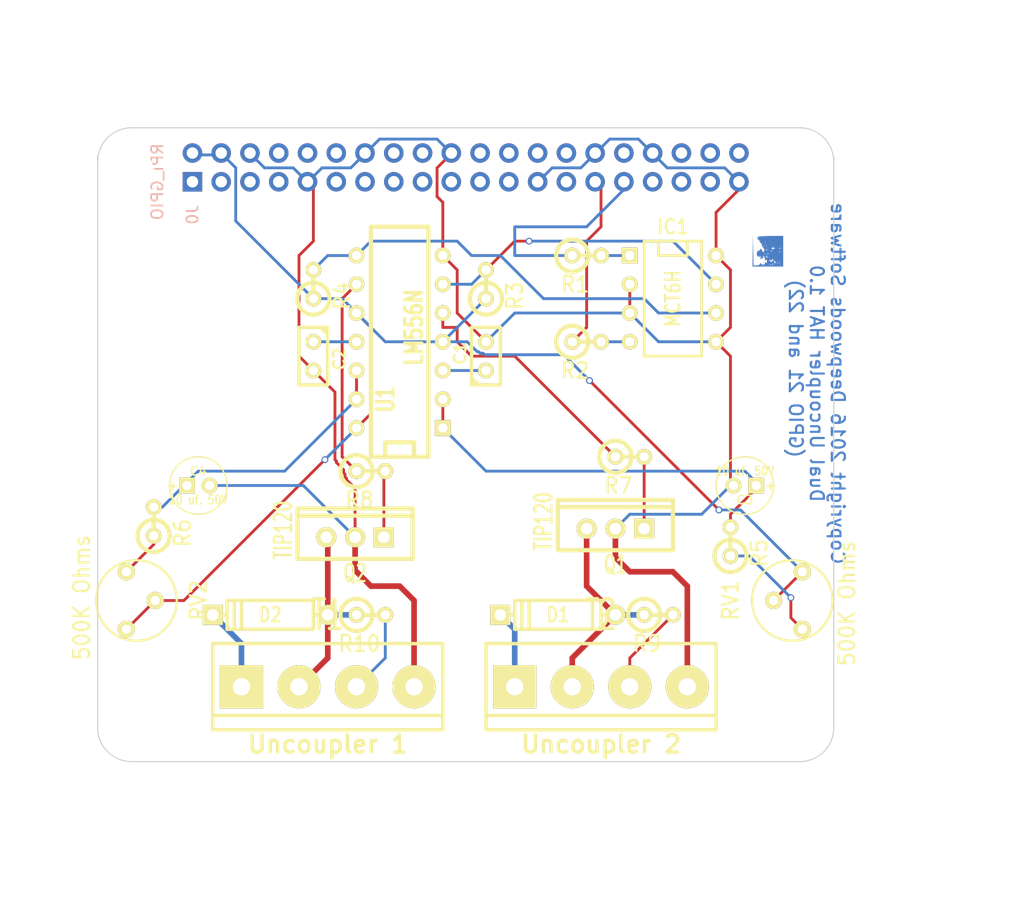
<source format=kicad_pcb>
(kicad_pcb (version 3) (host pcbnew "(2013-june-11)-stable")

  (general
    (links 62)
    (no_connects 0)
    (area 29.28939 20.694 130.847429 101.769)
    (thickness 1.6)
    (drawings 17)
    (tracks 197)
    (zones 0)
    (modules 30)
    (nets 25)
  )

  (page USLetter)
  (title_block 
    (company "Deepwoods Software")
  )

  (layers
    (15 F.Cu signal)
    (0 B.Cu signal)
    (16 B.Adhes user)
    (17 F.Adhes user)
    (18 B.Paste user hide)
    (19 F.Paste user hide)
    (20 B.SilkS user)
    (21 F.SilkS user)
    (22 B.Mask user hide)
    (23 F.Mask user hide)
    (24 Dwgs.User user hide)
    (25 Cmts.User user)
    (26 Eco1.User user hide)
    (27 Eco2.User user hide)
    (28 Edge.Cuts user)
  )

  (setup
    (last_trace_width 0.25)
    (user_trace_width 0.01)
    (user_trace_width 0.02)
    (user_trace_width 0.05)
    (user_trace_width 0.1)
    (user_trace_width 0.2)
    (user_trace_width 0.5)
    (trace_clearance 0.2)
    (zone_clearance 0.508)
    (zone_45_only no)
    (trace_min 0.01)
    (segment_width 0.2)
    (edge_width 0.1)
    (via_size 0.6)
    (via_drill 0.4)
    (via_min_size 0.4)
    (via_min_drill 0.3)
    (user_via 1.2 1)
    (uvia_size 0.3)
    (uvia_drill 0.1)
    (uvias_allowed no)
    (uvia_min_size 0.2)
    (uvia_min_drill 0.1)
    (pcb_text_width 0.3)
    (pcb_text_size 1.5 1.5)
    (mod_edge_width 0.15)
    (mod_text_size 1 1)
    (mod_text_width 0.15)
    (pad_size 1.397 1.397)
    (pad_drill 0.8128)
    (pad_to_mask_clearance 0)
    (aux_axis_origin 0 0)
    (visible_elements 7FFEFFFF)
    (pcbplotparams
      (layerselection 3178497)
      (usegerberextensions false)
      (excludeedgelayer true)
      (linewidth 0.100000)
      (plotframeref false)
      (viasonmask false)
      (mode 1)
      (useauxorigin false)
      (hpglpennumber 1)
      (hpglpenspeed 20)
      (hpglpendiameter 15)
      (hpglpenoverlay 2)
      (psnegative false)
      (psa4output false)
      (plotreference true)
      (plotvalue true)
      (plotothertext true)
      (plotinvisibletext false)
      (padsonsilk false)
      (subtractmaskfromsilk false)
      (outputformat 1)
      (mirror false)
      (drillshape 0)
      (scaleselection 1)
      (outputdirectory meta/))
  )

  (net 0 "")
  (net 1 "/Coil 1")
  (net 2 /Coil2)
  (net 3 "/Coupler 1 power")
  (net 4 "/Coupler 2 Power")
  (net 5 GND)
  (net 6 GPIO.21)
  (net 7 GPIO.22)
  (net 8 N-000001)
  (net 9 N-0000012)
  (net 10 N-0000014)
  (net 11 N-0000017)
  (net 12 N-0000018)
  (net 13 N-000002)
  (net 14 N-0000023)
  (net 15 N-0000024)
  (net 16 N-0000025)
  (net 17 N-000003)
  (net 18 N-000004)
  (net 19 N-0000050)
  (net 20 N-0000051)
  (net 21 N-0000052)
  (net 22 N-000007)
  (net 23 N-000008)
  (net 24 VCC)

  (net_class Default "This is the default net class."
    (clearance 0.2)
    (trace_width 0.25)
    (via_dia 0.6)
    (via_drill 0.4)
    (uvia_dia 0.3)
    (uvia_drill 0.1)
    (add_net "")
    (add_net GND)
    (add_net GPIO.21)
    (add_net GPIO.22)
    (add_net N-000001)
    (add_net N-0000012)
    (add_net N-0000014)
    (add_net N-0000017)
    (add_net N-0000018)
    (add_net N-000002)
    (add_net N-0000023)
    (add_net N-0000024)
    (add_net N-0000025)
    (add_net N-000003)
    (add_net N-000004)
    (add_net N-0000050)
    (add_net N-0000051)
    (add_net N-0000052)
    (add_net N-000007)
    (add_net N-000008)
    (add_net VCC)
  )

  (net_class Power ""
    (clearance 0.4)
    (trace_width 0.5)
    (via_dia 1.2)
    (via_drill 1)
    (uvia_dia 0.9)
    (uvia_drill 0.7)
    (add_net "/Coil 1")
    (add_net /Coil2)
    (add_net "/Coupler 1 power")
    (add_net "/Coupler 2 Power")
  )

  (module C1V5 (layer F.Cu) (tedit 584481A4) (tstamp 582632D5)
    (at 46.99 63.5)
    (descr "Condensateur e = 1 pas")
    (tags C)
    (path /58447C5E)
    (fp_text reference C4 (at 0 -1.26746) (layer F.SilkS)
      (effects (font (size 0.762 0.762) (thickness 0.127)))
    )
    (fp_text value "10 uf, 50V" (at 0 1.27) (layer F.SilkS)
      (effects (font (size 0.762 0.635) (thickness 0.127)))
    )
    (fp_text user + (at -2.286 0) (layer F.SilkS)
      (effects (font (size 0.762 0.762) (thickness 0.2032)))
    )
    (fp_circle (center 0 0) (end 0.127 -2.54) (layer F.SilkS) (width 0.127))
    (pad 1 thru_hole rect (at -1 0) (size 1.397 1.397) (drill 0.8128)
      (layers *.Cu *.Mask F.SilkS)
      (net 10 N-0000014)
    )
    (pad 2 thru_hole circle (at 1 0) (size 1.397 1.397) (drill 0.8128)
      (layers *.Cu *.Mask F.SilkS)
      (net 5 GND)
    )
    (model discret/c_vert_c1v5.wrl
      (at (xyz 0 0 0))
      (scale (xyz 1 1 1))
      (rotate (xyz 0 0 0))
    )
  )

  (module C1V5 (layer F.Cu) (tedit 58448161) (tstamp 582632BF)
    (at 95.25 63.5 180)
    (descr "Condensateur e = 1 pas")
    (tags C)
    (path /58447CE0)
    (fp_text reference C3 (at 0 -1.26746 180) (layer F.SilkS)
      (effects (font (size 0.762 0.762) (thickness 0.127)))
    )
    (fp_text value "10 uf, 50V" (at 0 1.27 180) (layer F.SilkS)
      (effects (font (size 0.762 0.635) (thickness 0.127)))
    )
    (fp_text user + (at -2.286 0 180) (layer F.SilkS)
      (effects (font (size 0.762 0.762) (thickness 0.2032)))
    )
    (fp_circle (center 0 0) (end 0.127 -2.54) (layer F.SilkS) (width 0.127))
    (pad 1 thru_hole rect (at -1 0 180) (size 1.397 1.397) (drill 0.8128)
      (layers *.Cu *.Mask F.SilkS)
      (net 12 N-0000018)
    )
    (pad 2 thru_hole circle (at 1 0 180) (size 1.397 1.397) (drill 0.8128)
      (layers *.Cu *.Mask F.SilkS)
      (net 5 GND)
    )
    (model discret/c_vert_c1v5.wrl
      (at (xyz 0 0 0))
      (scale (xyz 1 1 1))
      (rotate (xyz 0 0 0))
    )
  )

  (module RPi_Hat:Pin_Header_Straight_2x20   locked (layer B.Cu) (tedit 580FA54B) (tstamp 5516AEA0)
    (at 70.601 35.394 90)
    (descr "Through hole pin header")
    (tags "pin header")
    (path /5516AE26)
    (fp_text reference J0 (at -4.191 -24.13 90) (layer B.SilkS)
      (effects (font (size 1 1) (thickness 0.15)) (justify mirror))
    )
    (fp_text value RPi_GPIO (at -1.27 -27.23 90) (layer B.SilkS)
      (effects (font (size 1 1) (thickness 0.15)) (justify mirror))
    )
    (fp_line (start -3.02 -25.88) (end -3.02 25.92) (layer Cmts.User) (width 0.05))
    (fp_line (start 3.03 -25.88) (end 3.03 25.92) (layer Cmts.User) (width 0.05))
    (fp_line (start -3.02 -25.88) (end 3.03 -25.88) (layer Cmts.User) (width 0.05))
    (fp_line (start -3.02 25.92) (end 3.03 25.92) (layer Cmts.User) (width 0.05))
    (fp_line (start 2.54 25.4) (end 2.54 -25.4) (layer Cmts.User) (width 0.15))
    (fp_line (start -2.54 -22.86) (end -2.54 25.4) (layer Cmts.User) (width 0.15))
    (fp_line (start 2.54 25.4) (end -2.54 25.4) (layer Cmts.User) (width 0.15))
    (fp_line (start 2.54 -25.4) (end 0 -25.4) (layer Cmts.User) (width 0.15))
    (fp_line (start -1.27 -25.68) (end -2.82 -25.68) (layer Cmts.User) (width 0.15))
    (fp_line (start 0 -25.4) (end 0 -22.86) (layer Cmts.User) (width 0.15))
    (fp_line (start 0 -22.86) (end -2.54 -22.86) (layer Cmts.User) (width 0.15))
    (fp_line (start -2.82 -25.68) (end -2.82 -24.13) (layer Cmts.User) (width 0.15))
    (pad 1 thru_hole rect (at -1.27 -24.13 90) (size 1.7272 1.7272) (drill 1.016)
      (layers *.Cu *.Mask)
    )
    (pad 2 thru_hole oval (at 1.27 -24.13 90) (size 1.7272 1.7272) (drill 1.016)
      (layers *.Cu *.Mask)
      (net 24 VCC)
    )
    (pad 3 thru_hole oval (at -1.27 -21.59 90) (size 1.7272 1.7272) (drill 1.016)
      (layers *.Cu *.Mask)
    )
    (pad 4 thru_hole oval (at 1.27 -21.59 90) (size 1.7272 1.7272) (drill 1.016)
      (layers *.Cu *.Mask)
      (net 24 VCC)
    )
    (pad 5 thru_hole oval (at -1.27 -19.05 90) (size 1.7272 1.7272) (drill 1.016)
      (layers *.Cu *.Mask)
    )
    (pad 6 thru_hole oval (at 1.27 -19.05 90) (size 1.7272 1.7272) (drill 1.016)
      (layers *.Cu *.Mask)
      (net 5 GND)
    )
    (pad 7 thru_hole oval (at -1.27 -16.51 90) (size 1.7272 1.7272) (drill 1.016)
      (layers *.Cu *.Mask)
    )
    (pad 8 thru_hole oval (at 1.27 -16.51 90) (size 1.7272 1.7272) (drill 1.016)
      (layers *.Cu *.Mask)
    )
    (pad 9 thru_hole oval (at -1.27 -13.97 90) (size 1.7272 1.7272) (drill 1.016)
      (layers *.Cu *.Mask)
      (net 5 GND)
    )
    (pad 10 thru_hole oval (at 1.27 -13.97 90) (size 1.7272 1.7272) (drill 1.016)
      (layers *.Cu *.Mask)
    )
    (pad 11 thru_hole oval (at -1.27 -11.43 90) (size 1.7272 1.7272) (drill 1.016)
      (layers *.Cu *.Mask)
    )
    (pad 12 thru_hole oval (at 1.27 -11.43 90) (size 1.7272 1.7272) (drill 1.016)
      (layers *.Cu *.Mask)
    )
    (pad 13 thru_hole oval (at -1.27 -8.89 90) (size 1.7272 1.7272) (drill 1.016)
      (layers *.Cu *.Mask)
    )
    (pad 14 thru_hole oval (at 1.27 -8.89 90) (size 1.7272 1.7272) (drill 1.016)
      (layers *.Cu *.Mask)
      (net 5 GND)
    )
    (pad 15 thru_hole oval (at -1.27 -6.35 90) (size 1.7272 1.7272) (drill 1.016)
      (layers *.Cu *.Mask)
    )
    (pad 16 thru_hole oval (at 1.27 -6.35 90) (size 1.7272 1.7272) (drill 1.016)
      (layers *.Cu *.Mask)
    )
    (pad 17 thru_hole oval (at -1.27 -3.81 90) (size 1.7272 1.7272) (drill 1.016)
      (layers *.Cu *.Mask)
    )
    (pad 18 thru_hole oval (at 1.27 -3.81 90) (size 1.7272 1.7272) (drill 1.016)
      (layers *.Cu *.Mask)
    )
    (pad 19 thru_hole oval (at -1.27 -1.27 90) (size 1.7272 1.7272) (drill 1.016)
      (layers *.Cu *.Mask)
    )
    (pad 20 thru_hole oval (at 1.27 -1.27 90) (size 1.7272 1.7272) (drill 1.016)
      (layers *.Cu *.Mask)
      (net 5 GND)
    )
    (pad 21 thru_hole oval (at -1.27 1.27 90) (size 1.7272 1.7272) (drill 1.016)
      (layers *.Cu *.Mask)
    )
    (pad 22 thru_hole oval (at 1.27 1.27 90) (size 1.7272 1.7272) (drill 1.016)
      (layers *.Cu *.Mask)
    )
    (pad 23 thru_hole oval (at -1.27 3.81 90) (size 1.7272 1.7272) (drill 1.016)
      (layers *.Cu *.Mask)
    )
    (pad 24 thru_hole oval (at 1.27 3.81 90) (size 1.7272 1.7272) (drill 1.016)
      (layers *.Cu *.Mask)
    )
    (pad 25 thru_hole oval (at -1.27 6.35 90) (size 1.7272 1.7272) (drill 1.016)
      (layers *.Cu *.Mask)
      (net 5 GND)
    )
    (pad 26 thru_hole oval (at 1.27 6.35 90) (size 1.7272 1.7272) (drill 1.016)
      (layers *.Cu *.Mask)
    )
    (pad 27 thru_hole oval (at -1.27 8.89 90) (size 1.7272 1.7272) (drill 1.016)
      (layers *.Cu *.Mask)
    )
    (pad 28 thru_hole oval (at 1.27 8.89 90) (size 1.7272 1.7272) (drill 1.016)
      (layers *.Cu *.Mask)
    )
    (pad 29 thru_hole oval (at -1.27 11.43 90) (size 1.7272 1.7272) (drill 1.016)
      (layers *.Cu *.Mask)
      (net 6 GPIO.21)
    )
    (pad 30 thru_hole oval (at 1.27 11.43 90) (size 1.7272 1.7272) (drill 1.016)
      (layers *.Cu *.Mask)
      (net 5 GND)
    )
    (pad 31 thru_hole oval (at -1.27 13.97 90) (size 1.7272 1.7272) (drill 1.016)
      (layers *.Cu *.Mask)
      (net 7 GPIO.22)
    )
    (pad 32 thru_hole oval (at 1.27 13.97 90) (size 1.7272 1.7272) (drill 1.016)
      (layers *.Cu *.Mask)
    )
    (pad 33 thru_hole oval (at -1.27 16.51 90) (size 1.7272 1.7272) (drill 1.016)
      (layers *.Cu *.Mask)
    )
    (pad 34 thru_hole oval (at 1.27 16.51 90) (size 1.7272 1.7272) (drill 1.016)
      (layers *.Cu *.Mask)
      (net 5 GND)
    )
    (pad 35 thru_hole oval (at -1.27 19.05 90) (size 1.7272 1.7272) (drill 1.016)
      (layers *.Cu *.Mask)
    )
    (pad 36 thru_hole oval (at 1.27 19.05 90) (size 1.7272 1.7272) (drill 1.016)
      (layers *.Cu *.Mask)
    )
    (pad 37 thru_hole oval (at -1.27 21.59 90) (size 1.7272 1.7272) (drill 1.016)
      (layers *.Cu *.Mask)
    )
    (pad 38 thru_hole oval (at 1.27 21.59 90) (size 1.7272 1.7272) (drill 1.016)
      (layers *.Cu *.Mask)
    )
    (pad 39 thru_hole oval (at -1.27 24.13 90) (size 1.7272 1.7272) (drill 1.016)
      (layers *.Cu *.Mask)
      (net 5 GND)
    )
    (pad 40 thru_hole oval (at 1.27 24.13 90) (size 1.7272 1.7272) (drill 1.016)
      (layers *.Cu *.Mask)
    )
    (model Pin_Headers.3dshapes/Pin_Header_Straight_2x20.wrl
      (at (xyz 0 0 0))
      (scale (xyz 1 1 1))
      (rotate (xyz 0 0 90))
    )
  )

  (module RPi_Hat:RPi_Hat_Mounting_Hole   locked (layer B.Cu) (tedit 580FABD5) (tstamp 5515DEA9)
    (at 99.601 35.394)
    (descr "Mounting hole, Befestigungsbohrung, 2,7mm, No Annular, Kein Restring,")
    (tags "Mounting hole, Befestigungsbohrung, 2,7mm, No Annular, Kein Restring,")
    (fp_text reference H2 (at 0 -4.0005) (layer B.SilkS) hide
      (effects (font (size 1 1) (thickness 0.15)) (justify mirror))
    )
    (fp_text value "" (at 0.09906 3.59918) (layer B.SilkS) hide
      (effects (font (size 1 1) (thickness 0.15)) (justify mirror))
    )
    (fp_circle (center 0 0) (end 1.375 0) (layer Cmts.User) (width 0.15))
    (fp_circle (center 0 0) (end 3.1 0) (layer Cmts.User) (width 0.15))
    (fp_circle (center 0 0) (end 3.1 0) (layer Cmts.User) (width 0.15))
    (fp_circle (center 0 0) (end 1.375 0) (layer Cmts.User) (width 0.15))
    (fp_circle (center 0 0) (end 3.1 0) (layer Cmts.User) (width 0.15))
    (fp_circle (center 0 0) (end 3.1 0) (layer Cmts.User) (width 0.15))
    (pad "" np_thru_hole circle (at 0 0) (size 2.75 2.75) (drill 2.75)
      (layers *.Cu *.Mask)
      (solder_mask_margin 1.725)
      (clearance 1.725)
    )
  )

  (module RPi_Hat:RPi_Hat_Mounting_Hole   locked (layer B.Cu) (tedit 580FABF4) (tstamp 55169DC9)
    (at 99.601 84.394)
    (descr "Mounting hole, Befestigungsbohrung, 2,7mm, No Annular, Kein Restring,")
    (tags "Mounting hole, Befestigungsbohrung, 2,7mm, No Annular, Kein Restring,")
    (fp_text reference H4 (at 0 -4.0005) (layer B.SilkS) hide
      (effects (font (size 1 1) (thickness 0.15)) (justify mirror))
    )
    (fp_text value "" (at 0.09906 3.59918) (layer B.SilkS) hide
      (effects (font (size 1 1) (thickness 0.15)) (justify mirror))
    )
    (fp_circle (center 0 0) (end 1.375 0) (layer Cmts.User) (width 0.15))
    (fp_circle (center 0 0) (end 3.1 0) (layer Cmts.User) (width 0.15))
    (fp_circle (center 0 0) (end 3.1 0) (layer Cmts.User) (width 0.15))
    (fp_circle (center 0 0) (end 1.375 0) (layer Cmts.User) (width 0.15))
    (fp_circle (center 0 0) (end 3.1 0) (layer Cmts.User) (width 0.15))
    (fp_circle (center 0 0) (end 3.1 0) (layer Cmts.User) (width 0.15))
    (pad "" np_thru_hole circle (at 0 0) (size 2.75 2.75) (drill 2.75)
      (layers *.Cu *.Mask)
      (solder_mask_margin 1.725)
      (clearance 1.725)
    )
  )

  (module RPi_Hat:RPi_Hat_Mounting_Hole   locked (layer B.Cu) (tedit 580FABE5) (tstamp 5515DECC)
    (at 41.601 84.394)
    (descr "Mounting hole, Befestigungsbohrung, 2,7mm, No Annular, Kein Restring,")
    (tags "Mounting hole, Befestigungsbohrung, 2,7mm, No Annular, Kein Restring,")
    (fp_text reference H3 (at 0 -4.0005) (layer B.SilkS) hide
      (effects (font (size 1 1) (thickness 0.15)) (justify mirror))
    )
    (fp_text value "" (at 0.09906 3.59918) (layer B.SilkS) hide
      (effects (font (size 1 1) (thickness 0.15)) (justify mirror))
    )
    (fp_circle (center 0 0) (end 1.375 0) (layer Cmts.User) (width 0.15))
    (fp_circle (center 0 0) (end 3.1 0) (layer Cmts.User) (width 0.15))
    (fp_circle (center 0 0) (end 3.1 0) (layer Cmts.User) (width 0.15))
    (fp_circle (center 0 0) (end 1.375 0) (layer Cmts.User) (width 0.15))
    (fp_circle (center 0 0) (end 3.1 0) (layer Cmts.User) (width 0.15))
    (fp_circle (center 0 0) (end 3.1 0) (layer Cmts.User) (width 0.15))
    (pad "" np_thru_hole circle (at 0 0) (size 2.75 2.75) (drill 2.75)
      (layers *.Cu *.Mask)
      (solder_mask_margin 1.725)
      (clearance 1.725)
    )
  )

  (module RPi_Hat:RPi_Hat_Mounting_Hole   locked (layer B.Cu) (tedit 580FABC5) (tstamp 5515DEBF)
    (at 41.601 35.394)
    (descr "Mounting hole, Befestigungsbohrung, 2,7mm, No Annular, Kein Restring,")
    (tags "Mounting hole, Befestigungsbohrung, 2,7mm, No Annular, Kein Restring,")
    (fp_text reference H1 (at 0 -4.0005) (layer B.SilkS) hide
      (effects (font (size 1 1) (thickness 0.15)) (justify mirror))
    )
    (fp_text value "" (at 0.09906 3.59918) (layer B.SilkS) hide
      (effects (font (size 1 1) (thickness 0.15)) (justify mirror))
    )
    (fp_circle (center 0 0) (end 1.375 0) (layer Cmts.User) (width 0.15))
    (fp_circle (center 0 0) (end 3.1 0) (layer Cmts.User) (width 0.15))
    (fp_circle (center 0 0) (end 3.1 0) (layer Cmts.User) (width 0.15))
    (fp_circle (center 0 0) (end 1.375 0) (layer Cmts.User) (width 0.15))
    (fp_circle (center 0 0) (end 3.1 0) (layer Cmts.User) (width 0.15))
    (fp_circle (center 0 0) (end 3.1 0) (layer Cmts.User) (width 0.15))
    (pad "" np_thru_hole circle (at 0 0) (size 2.75 2.75) (drill 2.75)
      (layers *.Cu *.Mask)
      (solder_mask_margin 1.725)
      (clearance 1.725)
    )
  )

  (module RV2   locked (layer F.Cu) (tedit 3FA15781) (tstamp 58263209)
    (at 41.91 73.66 270)
    (descr "Resistance variable / potentiometre")
    (tags R)
    (path /58261EAF)
    (autoplace_cost90 10)
    (autoplace_cost180 10)
    (fp_text reference RV2 (at 0 -5.08 270) (layer F.SilkS)
      (effects (font (size 1.397 1.27) (thickness 0.2032)))
    )
    (fp_text value "500K Ohms" (at -0.254 5.207 270) (layer F.SilkS)
      (effects (font (size 1.397 1.27) (thickness 0.2032)))
    )
    (fp_circle (center 0 0.381) (end 0 -3.175) (layer F.SilkS) (width 0.2032))
    (pad 1 thru_hole circle (at -2.54 1.27 270) (size 1.524 1.524) (drill 0.8128)
      (layers *.Cu *.Mask F.SilkS)
      (net 16 N-0000025)
    )
    (pad 2 thru_hole circle (at 0 -1.27 270) (size 1.524 1.524) (drill 0.8128)
      (layers *.Cu *.Mask F.SilkS)
      (net 24 VCC)
    )
    (pad 3 thru_hole circle (at 2.54 1.27 270) (size 1.524 1.524) (drill 0.8128)
      (layers *.Cu *.Mask F.SilkS)
      (net 24 VCC)
    )
    (model discret/adjustable_rx2.wrl
      (at (xyz 0 0 0))
      (scale (xyz 1 1 1))
      (rotate (xyz 0 0 0))
    )
  )

  (module RV2   locked (layer F.Cu) (tedit 3FA15781) (tstamp 58263211)
    (at 99.06 73.66 90)
    (descr "Resistance variable / potentiometre")
    (tags R)
    (path /58261EBE)
    (autoplace_cost90 10)
    (autoplace_cost180 10)
    (fp_text reference RV1 (at 0 -5.08 90) (layer F.SilkS)
      (effects (font (size 1.397 1.27) (thickness 0.2032)))
    )
    (fp_text value "500K Ohms" (at -0.254 5.207 90) (layer F.SilkS)
      (effects (font (size 1.397 1.27) (thickness 0.2032)))
    )
    (fp_circle (center 0 0.381) (end 0 -3.175) (layer F.SilkS) (width 0.2032))
    (pad 1 thru_hole circle (at -2.54 1.27 90) (size 1.524 1.524) (drill 0.8128)
      (layers *.Cu *.Mask F.SilkS)
      (net 15 N-0000024)
    )
    (pad 2 thru_hole circle (at 0 -1.27 90) (size 1.524 1.524) (drill 0.8128)
      (layers *.Cu *.Mask F.SilkS)
      (net 24 VCC)
    )
    (pad 3 thru_hole circle (at 2.54 1.27 90) (size 1.524 1.524) (drill 0.8128)
      (layers *.Cu *.Mask F.SilkS)
      (net 24 VCC)
    )
    (model discret/adjustable_rx2.wrl
      (at (xyz 0 0 0))
      (scale (xyz 1 1 1))
      (rotate (xyz 0 0 0))
    )
  )

  (module R1   locked   placed (layer F.Cu) (tedit 200000) (tstamp 58263219)
    (at 57.15 45.72 90)
    (descr "Resistance verticale")
    (tags R)
    (path /5826238A)
    (autoplace_cost90 10)
    (autoplace_cost180 10)
    (fp_text reference R4 (at -1.016 2.54 90) (layer F.SilkS)
      (effects (font (size 1.397 1.27) (thickness 0.2032)))
    )
    (fp_text value "1K Ohms" (at -1.143 2.54 90) (layer F.SilkS) hide
      (effects (font (size 1.397 1.27) (thickness 0.2032)))
    )
    (fp_line (start -1.27 0) (end 1.27 0) (layer F.SilkS) (width 0.381))
    (fp_circle (center -1.27 0) (end -0.635 1.27) (layer F.SilkS) (width 0.381))
    (pad 1 thru_hole circle (at -1.27 0 90) (size 1.397 1.397) (drill 0.8128)
      (layers *.Cu *.Mask F.SilkS)
      (net 24 VCC)
    )
    (pad 2 thru_hole circle (at 1.27 0 90) (size 1.397 1.397) (drill 0.8128)
      (layers *.Cu *.Mask F.SilkS)
      (net 18 N-000004)
    )
    (model discret/verti_resistor.wrl
      (at (xyz 0 0 0))
      (scale (xyz 1 1 1))
      (rotate (xyz 0 0 0))
    )
  )

  (module R1   locked   placed (layer F.Cu) (tedit 200000) (tstamp 58263221)
    (at 43.053 66.675 90)
    (descr "Resistance verticale")
    (tags R)
    (path /58261ECD)
    (autoplace_cost90 10)
    (autoplace_cost180 10)
    (fp_text reference R6 (at -1.016 2.54 90) (layer F.SilkS)
      (effects (font (size 1.397 1.27) (thickness 0.2032)))
    )
    (fp_text value "510K Ohms" (at -1.143 2.54 90) (layer F.SilkS) hide
      (effects (font (size 1.397 1.27) (thickness 0.2032)))
    )
    (fp_line (start -1.27 0) (end 1.27 0) (layer F.SilkS) (width 0.381))
    (fp_circle (center -1.27 0) (end -0.635 1.27) (layer F.SilkS) (width 0.381))
    (pad 1 thru_hole circle (at -1.27 0 90) (size 1.397 1.397) (drill 0.8128)
      (layers *.Cu *.Mask F.SilkS)
      (net 16 N-0000025)
    )
    (pad 2 thru_hole circle (at 1.27 0 90) (size 1.397 1.397) (drill 0.8128)
      (layers *.Cu *.Mask F.SilkS)
      (net 10 N-0000014)
    )
    (model discret/verti_resistor.wrl
      (at (xyz 0 0 0))
      (scale (xyz 1 1 1))
      (rotate (xyz 0 0 0))
    )
  )

  (module R1   locked   placed (layer F.Cu) (tedit 200000) (tstamp 58263229)
    (at 93.98 68.453 90)
    (descr "Resistance verticale")
    (tags R)
    (path /58261EDC)
    (autoplace_cost90 10)
    (autoplace_cost180 10)
    (fp_text reference R5 (at -1.016 2.54 90) (layer F.SilkS)
      (effects (font (size 1.397 1.27) (thickness 0.2032)))
    )
    (fp_text value "510K Ohms" (at -1.143 2.54 90) (layer F.SilkS) hide
      (effects (font (size 1.397 1.27) (thickness 0.2032)))
    )
    (fp_line (start -1.27 0) (end 1.27 0) (layer F.SilkS) (width 0.381))
    (fp_circle (center -1.27 0) (end -0.635 1.27) (layer F.SilkS) (width 0.381))
    (pad 1 thru_hole circle (at -1.27 0 90) (size 1.397 1.397) (drill 0.8128)
      (layers *.Cu *.Mask F.SilkS)
      (net 15 N-0000024)
    )
    (pad 2 thru_hole circle (at 1.27 0 90) (size 1.397 1.397) (drill 0.8128)
      (layers *.Cu *.Mask F.SilkS)
      (net 12 N-0000018)
    )
    (model discret/verti_resistor.wrl
      (at (xyz 0 0 0))
      (scale (xyz 1 1 1))
      (rotate (xyz 0 0 0))
    )
  )

  (module R1   locked   placed (layer F.Cu) (tedit 200000) (tstamp 58263231)
    (at 62.23 62.23)
    (descr "Resistance verticale")
    (tags R)
    (path /58261EEB)
    (autoplace_cost90 10)
    (autoplace_cost180 10)
    (fp_text reference R8 (at -1.016 2.54) (layer F.SilkS)
      (effects (font (size 1.397 1.27) (thickness 0.2032)))
    )
    (fp_text value "1K Ohms" (at -1.143 2.54) (layer F.SilkS) hide
      (effects (font (size 1.397 1.27) (thickness 0.2032)))
    )
    (fp_line (start -1.27 0) (end 1.27 0) (layer F.SilkS) (width 0.381))
    (fp_circle (center -1.27 0) (end -0.635 1.27) (layer F.SilkS) (width 0.381))
    (pad 1 thru_hole circle (at -1.27 0) (size 1.397 1.397) (drill 0.8128)
      (layers *.Cu *.Mask F.SilkS)
      (net 11 N-0000017)
    )
    (pad 2 thru_hole circle (at 1.27 0) (size 1.397 1.397) (drill 0.8128)
      (layers *.Cu *.Mask F.SilkS)
      (net 14 N-0000023)
    )
    (model discret/verti_resistor.wrl
      (at (xyz 0 0 0))
      (scale (xyz 1 1 1))
      (rotate (xyz 0 0 0))
    )
  )

  (module R1   locked   placed (layer F.Cu) (tedit 200000) (tstamp 58263239)
    (at 85.09 60.96)
    (descr "Resistance verticale")
    (tags R)
    (path /58261EFA)
    (autoplace_cost90 10)
    (autoplace_cost180 10)
    (fp_text reference R7 (at -1.016 2.54) (layer F.SilkS)
      (effects (font (size 1.397 1.27) (thickness 0.2032)))
    )
    (fp_text value "1K Ohms" (at -1.143 2.54) (layer F.SilkS) hide
      (effects (font (size 1.397 1.27) (thickness 0.2032)))
    )
    (fp_line (start -1.27 0) (end 1.27 0) (layer F.SilkS) (width 0.381))
    (fp_circle (center -1.27 0) (end -0.635 1.27) (layer F.SilkS) (width 0.381))
    (pad 1 thru_hole circle (at -1.27 0) (size 1.397 1.397) (drill 0.8128)
      (layers *.Cu *.Mask F.SilkS)
      (net 9 N-0000012)
    )
    (pad 2 thru_hole circle (at 1.27 0) (size 1.397 1.397) (drill 0.8128)
      (layers *.Cu *.Mask F.SilkS)
      (net 19 N-0000050)
    )
    (model discret/verti_resistor.wrl
      (at (xyz 0 0 0))
      (scale (xyz 1 1 1))
      (rotate (xyz 0 0 0))
    )
  )

  (module R1   locked   placed (layer F.Cu) (tedit 200000) (tstamp 58263241)
    (at 72.39 45.72 90)
    (descr "Resistance verticale")
    (tags R)
    (path /5826237B)
    (autoplace_cost90 10)
    (autoplace_cost180 10)
    (fp_text reference R3 (at -1.016 2.54 90) (layer F.SilkS)
      (effects (font (size 1.397 1.27) (thickness 0.2032)))
    )
    (fp_text value "1K Ohms" (at -1.143 2.54 90) (layer F.SilkS) hide
      (effects (font (size 1.397 1.27) (thickness 0.2032)))
    )
    (fp_line (start -1.27 0) (end 1.27 0) (layer F.SilkS) (width 0.381))
    (fp_circle (center -1.27 0) (end -0.635 1.27) (layer F.SilkS) (width 0.381))
    (pad 1 thru_hole circle (at -1.27 0 90) (size 1.397 1.397) (drill 0.8128)
      (layers *.Cu *.Mask F.SilkS)
      (net 24 VCC)
    )
    (pad 2 thru_hole circle (at 1.27 0 90) (size 1.397 1.397) (drill 0.8128)
      (layers *.Cu *.Mask F.SilkS)
      (net 17 N-000003)
    )
    (model discret/verti_resistor.wrl
      (at (xyz 0 0 0))
      (scale (xyz 1 1 1))
      (rotate (xyz 0 0 0))
    )
  )

  (module R1   locked   placed (layer F.Cu) (tedit 200000) (tstamp 58263249)
    (at 81.28 43.18)
    (descr "Resistance verticale")
    (tags R)
    (path /5826236C)
    (autoplace_cost90 10)
    (autoplace_cost180 10)
    (fp_text reference R1 (at -1.016 2.54) (layer F.SilkS)
      (effects (font (size 1.397 1.27) (thickness 0.2032)))
    )
    (fp_text value "270 Ohms" (at -1.143 2.54) (layer F.SilkS) hide
      (effects (font (size 1.397 1.27) (thickness 0.2032)))
    )
    (fp_line (start -1.27 0) (end 1.27 0) (layer F.SilkS) (width 0.381))
    (fp_circle (center -1.27 0) (end -0.635 1.27) (layer F.SilkS) (width 0.381))
    (pad 1 thru_hole circle (at -1.27 0) (size 1.397 1.397) (drill 0.8128)
      (layers *.Cu *.Mask F.SilkS)
      (net 7 GPIO.22)
    )
    (pad 2 thru_hole circle (at 1.27 0) (size 1.397 1.397) (drill 0.8128)
      (layers *.Cu *.Mask F.SilkS)
      (net 20 N-0000051)
    )
    (model discret/verti_resistor.wrl
      (at (xyz 0 0 0))
      (scale (xyz 1 1 1))
      (rotate (xyz 0 0 0))
    )
  )

  (module R1   locked   placed (layer F.Cu) (tedit 200000) (tstamp 58263251)
    (at 81.28 50.8)
    (descr "Resistance verticale")
    (tags R)
    (path /5826235D)
    (autoplace_cost90 10)
    (autoplace_cost180 10)
    (fp_text reference R2 (at -1.016 2.54) (layer F.SilkS)
      (effects (font (size 1.397 1.27) (thickness 0.2032)))
    )
    (fp_text value "270 Ohms" (at -1.143 2.54) (layer F.SilkS) hide
      (effects (font (size 1.397 1.27) (thickness 0.2032)))
    )
    (fp_line (start -1.27 0) (end 1.27 0) (layer F.SilkS) (width 0.381))
    (fp_circle (center -1.27 0) (end -0.635 1.27) (layer F.SilkS) (width 0.381))
    (pad 1 thru_hole circle (at -1.27 0) (size 1.397 1.397) (drill 0.8128)
      (layers *.Cu *.Mask F.SilkS)
      (net 6 GPIO.21)
    )
    (pad 2 thru_hole circle (at 1.27 0) (size 1.397 1.397) (drill 0.8128)
      (layers *.Cu *.Mask F.SilkS)
      (net 21 N-0000052)
    )
    (model discret/verti_resistor.wrl
      (at (xyz 0 0 0))
      (scale (xyz 1 1 1))
      (rotate (xyz 0 0 0))
    )
  )

  (module R1   locked   placed (layer F.Cu) (tedit 200000) (tstamp 58263259)
    (at 62.23 74.93)
    (descr "Resistance verticale")
    (tags R)
    (path /58261F88)
    (autoplace_cost90 10)
    (autoplace_cost180 10)
    (fp_text reference R10 (at -1.016 2.54) (layer F.SilkS)
      (effects (font (size 1.397 1.27) (thickness 0.2032)))
    )
    (fp_text value "1K Ohms" (at -1.143 2.54) (layer F.SilkS) hide
      (effects (font (size 1.397 1.27) (thickness 0.2032)))
    )
    (fp_line (start -1.27 0) (end 1.27 0) (layer F.SilkS) (width 0.381))
    (fp_circle (center -1.27 0) (end -0.635 1.27) (layer F.SilkS) (width 0.381))
    (pad 1 thru_hole circle (at -1.27 0) (size 1.397 1.397) (drill 0.8128)
      (layers *.Cu *.Mask F.SilkS)
      (net 1 "/Coil 1")
    )
    (pad 2 thru_hole circle (at 1.27 0) (size 1.397 1.397) (drill 0.8128)
      (layers *.Cu *.Mask F.SilkS)
      (net 23 N-000008)
    )
    (model discret/verti_resistor.wrl
      (at (xyz 0 0 0))
      (scale (xyz 1 1 1))
      (rotate (xyz 0 0 0))
    )
  )

  (module R1   locked   placed (layer F.Cu) (tedit 200000) (tstamp 58263261)
    (at 87.63 74.93)
    (descr "Resistance verticale")
    (tags R)
    (path /58261F97)
    (autoplace_cost90 10)
    (autoplace_cost180 10)
    (fp_text reference R9 (at -1.016 2.54) (layer F.SilkS)
      (effects (font (size 1.397 1.27) (thickness 0.2032)))
    )
    (fp_text value "1K Ohms" (at -1.143 2.54) (layer F.SilkS) hide
      (effects (font (size 1.397 1.27) (thickness 0.2032)))
    )
    (fp_line (start -1.27 0) (end 1.27 0) (layer F.SilkS) (width 0.381))
    (fp_circle (center -1.27 0) (end -0.635 1.27) (layer F.SilkS) (width 0.381))
    (pad 1 thru_hole circle (at -1.27 0) (size 1.397 1.397) (drill 0.8128)
      (layers *.Cu *.Mask F.SilkS)
      (net 2 /Coil2)
    )
    (pad 2 thru_hole circle (at 1.27 0) (size 1.397 1.397) (drill 0.8128)
      (layers *.Cu *.Mask F.SilkS)
      (net 22 N-000007)
    )
    (model discret/verti_resistor.wrl
      (at (xyz 0 0 0))
      (scale (xyz 1 1 1))
      (rotate (xyz 0 0 0))
    )
  )

  (module DIP-8__300   locked (layer F.Cu) (tedit 43A7F843) (tstamp 58263274)
    (at 88.9 46.99 270)
    (descr "8 pins DIL package, round pads")
    (tags DIL)
    (path /5826233F)
    (fp_text reference IC1 (at -6.35 0 360) (layer F.SilkS)
      (effects (font (size 1.27 1.143) (thickness 0.2032)))
    )
    (fp_text value MCT6H (at 0 0 270) (layer F.SilkS)
      (effects (font (size 1.27 1.016) (thickness 0.2032)))
    )
    (fp_line (start -5.08 -1.27) (end -3.81 -1.27) (layer F.SilkS) (width 0.254))
    (fp_line (start -3.81 -1.27) (end -3.81 1.27) (layer F.SilkS) (width 0.254))
    (fp_line (start -3.81 1.27) (end -5.08 1.27) (layer F.SilkS) (width 0.254))
    (fp_line (start -5.08 -2.54) (end 5.08 -2.54) (layer F.SilkS) (width 0.254))
    (fp_line (start 5.08 -2.54) (end 5.08 2.54) (layer F.SilkS) (width 0.254))
    (fp_line (start 5.08 2.54) (end -5.08 2.54) (layer F.SilkS) (width 0.254))
    (fp_line (start -5.08 2.54) (end -5.08 -2.54) (layer F.SilkS) (width 0.254))
    (pad 1 thru_hole rect (at -3.81 3.81 270) (size 1.397 1.397) (drill 0.8128)
      (layers *.Cu *.Mask F.SilkS)
      (net 20 N-0000051)
    )
    (pad 2 thru_hole circle (at -1.27 3.81 270) (size 1.397 1.397) (drill 0.8128)
      (layers *.Cu *.Mask F.SilkS)
      (net 5 GND)
    )
    (pad 3 thru_hole circle (at 1.27 3.81 270) (size 1.397 1.397) (drill 0.8128)
      (layers *.Cu *.Mask F.SilkS)
      (net 5 GND)
    )
    (pad 4 thru_hole circle (at 3.81 3.81 270) (size 1.397 1.397) (drill 0.8128)
      (layers *.Cu *.Mask F.SilkS)
      (net 21 N-0000052)
    )
    (pad 5 thru_hole circle (at 3.81 -3.81 270) (size 1.397 1.397) (drill 0.8128)
      (layers *.Cu *.Mask F.SilkS)
      (net 5 GND)
    )
    (pad 6 thru_hole circle (at 1.27 -3.81 270) (size 1.397 1.397) (drill 0.8128)
      (layers *.Cu *.Mask F.SilkS)
      (net 18 N-000004)
    )
    (pad 7 thru_hole circle (at -1.27 -3.81 270) (size 1.397 1.397) (drill 0.8128)
      (layers *.Cu *.Mask F.SilkS)
      (net 17 N-000003)
    )
    (pad 8 thru_hole circle (at -3.81 -3.81 270) (size 1.397 1.397) (drill 0.8128)
      (layers *.Cu *.Mask F.SilkS)
      (net 5 GND)
    )
    (model dil/dil_8.wrl
      (at (xyz 0 0 0))
      (scale (xyz 1 1 1))
      (rotate (xyz 0 0 0))
    )
  )

  (module DIP-14__300   locked (layer F.Cu) (tedit 200000) (tstamp 5826328D)
    (at 64.77 50.8 90)
    (descr "14 pins DIL package, round pads")
    (tags DIL)
    (path /58261E2E)
    (fp_text reference U1 (at -5.08 -1.27 90) (layer F.SilkS)
      (effects (font (size 1.524 1.143) (thickness 0.3048)))
    )
    (fp_text value LM556N (at 1.27 1.27 90) (layer F.SilkS)
      (effects (font (size 1.524 1.143) (thickness 0.3048)))
    )
    (fp_line (start -10.16 -2.54) (end 10.16 -2.54) (layer F.SilkS) (width 0.381))
    (fp_line (start 10.16 2.54) (end -10.16 2.54) (layer F.SilkS) (width 0.381))
    (fp_line (start -10.16 2.54) (end -10.16 -2.54) (layer F.SilkS) (width 0.381))
    (fp_line (start -10.16 -1.27) (end -8.89 -1.27) (layer F.SilkS) (width 0.381))
    (fp_line (start -8.89 -1.27) (end -8.89 1.27) (layer F.SilkS) (width 0.381))
    (fp_line (start -8.89 1.27) (end -10.16 1.27) (layer F.SilkS) (width 0.381))
    (fp_line (start 10.16 -2.54) (end 10.16 2.54) (layer F.SilkS) (width 0.381))
    (pad 1 thru_hole rect (at -7.62 3.81 90) (size 1.397 1.397) (drill 0.8128)
      (layers *.Cu *.Mask F.SilkS)
      (net 12 N-0000018)
    )
    (pad 2 thru_hole circle (at -5.08 3.81 90) (size 1.397 1.397) (drill 0.8128)
      (layers *.Cu *.Mask F.SilkS)
      (net 12 N-0000018)
    )
    (pad 3 thru_hole circle (at -2.54 3.81 90) (size 1.397 1.397) (drill 0.8128)
      (layers *.Cu *.Mask F.SilkS)
      (net 8 N-000001)
    )
    (pad 4 thru_hole circle (at 0 3.81 90) (size 1.397 1.397) (drill 0.8128)
      (layers *.Cu *.Mask F.SilkS)
      (net 24 VCC)
    )
    (pad 5 thru_hole circle (at 2.54 3.81 90) (size 1.397 1.397) (drill 0.8128)
      (layers *.Cu *.Mask F.SilkS)
      (net 9 N-0000012)
    )
    (pad 6 thru_hole circle (at 5.08 3.81 90) (size 1.397 1.397) (drill 0.8128)
      (layers *.Cu *.Mask F.SilkS)
      (net 17 N-000003)
    )
    (pad 7 thru_hole circle (at 7.62 3.81 90) (size 1.397 1.397) (drill 0.8128)
      (layers *.Cu *.Mask F.SilkS)
      (net 5 GND)
    )
    (pad 8 thru_hole circle (at 7.62 -3.81 90) (size 1.397 1.397) (drill 0.8128)
      (layers *.Cu *.Mask F.SilkS)
      (net 18 N-000004)
    )
    (pad 9 thru_hole circle (at 5.08 -3.81 90) (size 1.397 1.397) (drill 0.8128)
      (layers *.Cu *.Mask F.SilkS)
      (net 11 N-0000017)
    )
    (pad 10 thru_hole circle (at 2.54 -3.81 90) (size 1.397 1.397) (drill 0.8128)
      (layers *.Cu *.Mask F.SilkS)
      (net 24 VCC)
    )
    (pad 11 thru_hole circle (at 0 -3.81 90) (size 1.397 1.397) (drill 0.8128)
      (layers *.Cu *.Mask F.SilkS)
      (net 13 N-000002)
    )
    (pad 12 thru_hole circle (at -2.54 -3.81 90) (size 1.397 1.397) (drill 0.8128)
      (layers *.Cu *.Mask F.SilkS)
      (net 10 N-0000014)
    )
    (pad 13 thru_hole circle (at -5.08 -3.81 90) (size 1.397 1.397) (drill 0.8128)
      (layers *.Cu *.Mask F.SilkS)
      (net 10 N-0000014)
    )
    (pad 14 thru_hole circle (at -7.62 -3.81 90) (size 1.397 1.397) (drill 0.8128)
      (layers *.Cu *.Mask F.SilkS)
      (net 24 VCC)
    )
    (model dil/dil_14.wrl
      (at (xyz 0 0 0))
      (scale (xyz 1 1 1))
      (rotate (xyz 0 0 0))
    )
  )

  (module D4   locked   placed (layer F.Cu) (tedit 200000) (tstamp 5826329B)
    (at 78.74 74.93 180)
    (descr "Diode 4 pas")
    (tags "DIODE DEV")
    (path /58261FB5)
    (fp_text reference D1 (at 0 0 180) (layer F.SilkS)
      (effects (font (size 1.27 1.016) (thickness 0.2032)))
    )
    (fp_text value 6A05-T (at 0 0 180) (layer F.SilkS) hide
      (effects (font (size 1.27 1.016) (thickness 0.2032)))
    )
    (fp_line (start -3.81 -1.27) (end 3.81 -1.27) (layer F.SilkS) (width 0.3048))
    (fp_line (start 3.81 -1.27) (end 3.81 1.27) (layer F.SilkS) (width 0.3048))
    (fp_line (start 3.81 1.27) (end -3.81 1.27) (layer F.SilkS) (width 0.3048))
    (fp_line (start -3.81 1.27) (end -3.81 -1.27) (layer F.SilkS) (width 0.3048))
    (fp_line (start 3.175 -1.27) (end 3.175 1.27) (layer F.SilkS) (width 0.3048))
    (fp_line (start 2.54 1.27) (end 2.54 -1.27) (layer F.SilkS) (width 0.3048))
    (fp_line (start -3.81 0) (end -5.08 0) (layer F.SilkS) (width 0.3048))
    (fp_line (start 3.81 0) (end 5.08 0) (layer F.SilkS) (width 0.3048))
    (pad 1 thru_hole circle (at -5.08 0 180) (size 1.778 1.778) (drill 1.016)
      (layers *.Cu *.Mask F.SilkS)
      (net 2 /Coil2)
    )
    (pad 2 thru_hole rect (at 5.08 0 180) (size 1.778 1.778) (drill 1.016)
      (layers *.Cu *.Mask F.SilkS)
      (net 4 "/Coupler 2 Power")
    )
    (model discret/diode.wrl
      (at (xyz 0 0 0))
      (scale (xyz 0.4 0.4 0.4))
      (rotate (xyz 0 0 0))
    )
  )

  (module D4   locked   placed (layer F.Cu) (tedit 200000) (tstamp 582632A9)
    (at 53.34 74.93 180)
    (descr "Diode 4 pas")
    (tags "DIODE DEV")
    (path /58261FA6)
    (fp_text reference D2 (at 0 0 180) (layer F.SilkS)
      (effects (font (size 1.27 1.016) (thickness 0.2032)))
    )
    (fp_text value 6A05-T (at 0 0 180) (layer F.SilkS) hide
      (effects (font (size 1.27 1.016) (thickness 0.2032)))
    )
    (fp_line (start -3.81 -1.27) (end 3.81 -1.27) (layer F.SilkS) (width 0.3048))
    (fp_line (start 3.81 -1.27) (end 3.81 1.27) (layer F.SilkS) (width 0.3048))
    (fp_line (start 3.81 1.27) (end -3.81 1.27) (layer F.SilkS) (width 0.3048))
    (fp_line (start -3.81 1.27) (end -3.81 -1.27) (layer F.SilkS) (width 0.3048))
    (fp_line (start 3.175 -1.27) (end 3.175 1.27) (layer F.SilkS) (width 0.3048))
    (fp_line (start 2.54 1.27) (end 2.54 -1.27) (layer F.SilkS) (width 0.3048))
    (fp_line (start -3.81 0) (end -5.08 0) (layer F.SilkS) (width 0.3048))
    (fp_line (start 3.81 0) (end 5.08 0) (layer F.SilkS) (width 0.3048))
    (pad 1 thru_hole circle (at -5.08 0 180) (size 1.778 1.778) (drill 1.016)
      (layers *.Cu *.Mask F.SilkS)
      (net 1 "/Coil 1")
    )
    (pad 2 thru_hole rect (at 5.08 0 180) (size 1.778 1.778) (drill 1.016)
      (layers *.Cu *.Mask F.SilkS)
      (net 3 "/Coupler 1 power")
    )
    (model discret/diode.wrl
      (at (xyz 0 0 0))
      (scale (xyz 0.4 0.4 0.4))
      (rotate (xyz 0 0 0))
    )
  )

  (module C1   locked   placed (layer F.Cu) (tedit 3F92C496) (tstamp 582632B4)
    (at 72.39 52.07 90)
    (descr "Condensateur e = 1 pas")
    (tags C)
    (path /58261F79)
    (fp_text reference C1 (at 0.254 -2.286 90) (layer F.SilkS)
      (effects (font (size 1.016 1.016) (thickness 0.2032)))
    )
    (fp_text value "10 pf" (at 0 -2.286 90) (layer F.SilkS) hide
      (effects (font (size 1.016 1.016) (thickness 0.2032)))
    )
    (fp_line (start -2.4892 -1.27) (end 2.54 -1.27) (layer F.SilkS) (width 0.3048))
    (fp_line (start 2.54 -1.27) (end 2.54 1.27) (layer F.SilkS) (width 0.3048))
    (fp_line (start 2.54 1.27) (end -2.54 1.27) (layer F.SilkS) (width 0.3048))
    (fp_line (start -2.54 1.27) (end -2.54 -1.27) (layer F.SilkS) (width 0.3048))
    (fp_line (start -2.54 -0.635) (end -1.905 -1.27) (layer F.SilkS) (width 0.3048))
    (pad 1 thru_hole circle (at -1.27 0 90) (size 1.397 1.397) (drill 0.8128)
      (layers *.Cu *.Mask F.SilkS)
      (net 8 N-000001)
    )
    (pad 2 thru_hole circle (at 1.27 0 90) (size 1.397 1.397) (drill 0.8128)
      (layers *.Cu *.Mask F.SilkS)
      (net 5 GND)
    )
    (model discret/capa_1_pas.wrl
      (at (xyz 0 0 0))
      (scale (xyz 1 1 1))
      (rotate (xyz 0 0 0))
    )
  )

  (module C1   locked   placed (layer F.Cu) (tedit 3F92C496) (tstamp 582632CA)
    (at 57.15 52.07 270)
    (descr "Condensateur e = 1 pas")
    (tags C)
    (path /58261F5B)
    (fp_text reference C2 (at 0.254 -2.286 270) (layer F.SilkS)
      (effects (font (size 1.016 1.016) (thickness 0.2032)))
    )
    (fp_text value "10 pf" (at 0 -2.286 270) (layer F.SilkS) hide
      (effects (font (size 1.016 1.016) (thickness 0.2032)))
    )
    (fp_line (start -2.4892 -1.27) (end 2.54 -1.27) (layer F.SilkS) (width 0.3048))
    (fp_line (start 2.54 -1.27) (end 2.54 1.27) (layer F.SilkS) (width 0.3048))
    (fp_line (start 2.54 1.27) (end -2.54 1.27) (layer F.SilkS) (width 0.3048))
    (fp_line (start -2.54 1.27) (end -2.54 -1.27) (layer F.SilkS) (width 0.3048))
    (fp_line (start -2.54 -0.635) (end -1.905 -1.27) (layer F.SilkS) (width 0.3048))
    (pad 1 thru_hole circle (at -1.27 0 270) (size 1.397 1.397) (drill 0.8128)
      (layers *.Cu *.Mask F.SilkS)
      (net 13 N-000002)
    )
    (pad 2 thru_hole circle (at 1.27 0 270) (size 1.397 1.397) (drill 0.8128)
      (layers *.Cu *.Mask F.SilkS)
      (net 5 GND)
    )
    (model discret/capa_1_pas.wrl
      (at (xyz 0 0 0))
      (scale (xyz 1 1 1))
      (rotate (xyz 0 0 0))
    )
  )

  (module bornier4   locked (layer F.Cu) (tedit 3EC0ED29) (tstamp 582632E2)
    (at 58.42 81.28)
    (descr "Bornier d'alimentation 4 pins")
    (tags DEV)
    (path /58262A4D)
    (fp_text reference T1 (at 0 -6.35) (layer F.SilkS)
      (effects (font (size 2.6162 1.59766) (thickness 0.3048)))
    )
    (fp_text value "Uncoupler 1" (at 0 5.08) (layer F.SilkS)
      (effects (font (size 1.524 1.524) (thickness 0.3048)))
    )
    (fp_line (start -10.16 -3.81) (end -10.16 3.81) (layer F.SilkS) (width 0.3048))
    (fp_line (start 10.16 3.81) (end 10.16 -3.81) (layer F.SilkS) (width 0.3048))
    (fp_line (start 10.16 2.54) (end -10.16 2.54) (layer F.SilkS) (width 0.3048))
    (fp_line (start -10.16 -3.81) (end 10.16 -3.81) (layer F.SilkS) (width 0.3048))
    (fp_line (start -10.16 3.81) (end 10.16 3.81) (layer F.SilkS) (width 0.3048))
    (pad 2 thru_hole circle (at -2.54 0) (size 3.81 3.81) (drill 1.524)
      (layers *.Cu *.Mask F.SilkS)
      (net 1 "/Coil 1")
    )
    (pad 3 thru_hole circle (at 2.54 0) (size 3.81 3.81) (drill 1.524)
      (layers *.Cu *.Mask F.SilkS)
      (net 23 N-000008)
    )
    (pad 1 thru_hole rect (at -7.62 0) (size 3.81 3.81) (drill 1.524)
      (layers *.Cu *.Mask F.SilkS)
      (net 3 "/Coupler 1 power")
    )
    (pad 4 thru_hole circle (at 7.62 0) (size 3.81 3.81) (drill 1.524)
      (layers *.Cu *.Mask F.SilkS)
      (net 5 GND)
    )
    (model device/bornier_4.wrl
      (at (xyz 0 0 0))
      (scale (xyz 1 1 1))
      (rotate (xyz 0 0 0))
    )
  )

  (module bornier4   locked (layer F.Cu) (tedit 3EC0ED29) (tstamp 582632EF)
    (at 82.55 81.28)
    (descr "Bornier d'alimentation 4 pins")
    (tags DEV)
    (path /58262A5C)
    (fp_text reference T2 (at 0 -6.35) (layer F.SilkS)
      (effects (font (size 2.6162 1.59766) (thickness 0.3048)))
    )
    (fp_text value "Uncoupler 2" (at 0 5.08) (layer F.SilkS)
      (effects (font (size 1.524 1.524) (thickness 0.3048)))
    )
    (fp_line (start -10.16 -3.81) (end -10.16 3.81) (layer F.SilkS) (width 0.3048))
    (fp_line (start 10.16 3.81) (end 10.16 -3.81) (layer F.SilkS) (width 0.3048))
    (fp_line (start 10.16 2.54) (end -10.16 2.54) (layer F.SilkS) (width 0.3048))
    (fp_line (start -10.16 -3.81) (end 10.16 -3.81) (layer F.SilkS) (width 0.3048))
    (fp_line (start -10.16 3.81) (end 10.16 3.81) (layer F.SilkS) (width 0.3048))
    (pad 2 thru_hole circle (at -2.54 0) (size 3.81 3.81) (drill 1.524)
      (layers *.Cu *.Mask F.SilkS)
      (net 2 /Coil2)
    )
    (pad 3 thru_hole circle (at 2.54 0) (size 3.81 3.81) (drill 1.524)
      (layers *.Cu *.Mask F.SilkS)
      (net 22 N-000007)
    )
    (pad 1 thru_hole rect (at -7.62 0) (size 3.81 3.81) (drill 1.524)
      (layers *.Cu *.Mask F.SilkS)
      (net 4 "/Coupler 2 Power")
    )
    (pad 4 thru_hole circle (at 7.62 0) (size 3.81 3.81) (drill 1.524)
      (layers *.Cu *.Mask F.SilkS)
      (net 5 GND)
    )
    (model device/bornier_4.wrl
      (at (xyz 0 0 0))
      (scale (xyz 1 1 1))
      (rotate (xyz 0 0 0))
    )
  )

  (module TO220_VERT   locked (layer F.Cu) (tedit 43A66C96) (tstamp 58263430)
    (at 60.833 68.072 90)
    (descr "Regulateur TO220 serie LM78xx")
    (tags "TR TO220")
    (path /58261FC4)
    (fp_text reference Q2 (at -3.175 0 180) (layer F.SilkS)
      (effects (font (size 1.524 1.016) (thickness 0.2032)))
    )
    (fp_text value TIP120 (at 0.635 -6.35 90) (layer F.SilkS)
      (effects (font (size 1.524 1.016) (thickness 0.2032)))
    )
    (fp_line (start 1.905 -5.08) (end 2.54 -5.08) (layer F.SilkS) (width 0.381))
    (fp_line (start 2.54 -5.08) (end 2.54 5.08) (layer F.SilkS) (width 0.381))
    (fp_line (start 2.54 5.08) (end 1.905 5.08) (layer F.SilkS) (width 0.381))
    (fp_line (start -1.905 -5.08) (end 1.905 -5.08) (layer F.SilkS) (width 0.381))
    (fp_line (start 1.905 -5.08) (end 1.905 5.08) (layer F.SilkS) (width 0.381))
    (fp_line (start 1.905 5.08) (end -1.905 5.08) (layer F.SilkS) (width 0.381))
    (fp_line (start -1.905 5.08) (end -1.905 -5.08) (layer F.SilkS) (width 0.381))
    (pad 2 thru_hole circle (at 0 -2.54 90) (size 1.778 1.778) (drill 1.016)
      (layers *.Cu *.Mask F.SilkS)
      (net 1 "/Coil 1")
    )
    (pad 3 thru_hole circle (at 0 0 90) (size 1.778 1.778) (drill 1.016)
      (layers *.Cu *.Mask F.SilkS)
      (net 5 GND)
    )
    (pad 1 thru_hole rect (at 0 2.54 90) (size 1.778 1.778) (drill 1.016)
      (layers *.Cu *.Mask F.SilkS)
      (net 14 N-0000023)
    )
    (model walter/to/to220_std.wrl
      (at (xyz 0 0 -0.08500000000000001))
      (scale (xyz 1 1 1))
      (rotate (xyz 0 0 90))
    )
  )

  (module TO220_VERT   locked (layer F.Cu) (tedit 43A66C96) (tstamp 5826343E)
    (at 83.82 67.31 90)
    (descr "Regulateur TO220 serie LM78xx")
    (tags "TR TO220")
    (path /58261FD3)
    (fp_text reference Q1 (at -3.175 0 180) (layer F.SilkS)
      (effects (font (size 1.524 1.016) (thickness 0.2032)))
    )
    (fp_text value TIP120 (at 0.635 -6.35 90) (layer F.SilkS)
      (effects (font (size 1.524 1.016) (thickness 0.2032)))
    )
    (fp_line (start 1.905 -5.08) (end 2.54 -5.08) (layer F.SilkS) (width 0.381))
    (fp_line (start 2.54 -5.08) (end 2.54 5.08) (layer F.SilkS) (width 0.381))
    (fp_line (start 2.54 5.08) (end 1.905 5.08) (layer F.SilkS) (width 0.381))
    (fp_line (start -1.905 -5.08) (end 1.905 -5.08) (layer F.SilkS) (width 0.381))
    (fp_line (start 1.905 -5.08) (end 1.905 5.08) (layer F.SilkS) (width 0.381))
    (fp_line (start 1.905 5.08) (end -1.905 5.08) (layer F.SilkS) (width 0.381))
    (fp_line (start -1.905 5.08) (end -1.905 -5.08) (layer F.SilkS) (width 0.381))
    (pad 2 thru_hole circle (at 0 -2.54 90) (size 1.778 1.778) (drill 1.016)
      (layers *.Cu *.Mask F.SilkS)
      (net 2 /Coil2)
    )
    (pad 3 thru_hole circle (at 0 0 90) (size 1.778 1.778) (drill 1.016)
      (layers *.Cu *.Mask F.SilkS)
      (net 5 GND)
    )
    (pad 1 thru_hole rect (at 0 2.54 90) (size 1.778 1.778) (drill 1.016)
      (layers *.Cu *.Mask F.SilkS)
      (net 19 N-0000050)
    )
    (model walter/to/to220_std.wrl
      (at (xyz 0 0 -0.08500000000000001))
      (scale (xyz 1 1 1))
      (rotate (xyz 0 0 90))
    )
  )

  (module DWSLogoBCU (layer F.Cu) (tedit 0) (tstamp 583B37D0)
    (at 97.282 42.799 90)
    (fp_text reference "" (at 0 0 90) (layer F.SilkS)
      (effects (font (size 1.524 1.524) (thickness 0.15)))
    )
    (fp_text value "" (at 0 0 90) (layer F.SilkS)
      (effects (font (size 1.524 1.524) (thickness 0.15)))
    )
    (fp_poly (pts (xy 1.397 -1.31826) (xy 0.0635 -1.29286) (xy -1.27 -1.26492) (xy -1.27 -1.01854)
      (xy -1.2192 -0.79502) (xy -1.12268 -0.6858) (xy -1.04648 -0.61722) (xy -1.0795 -0.5969)
      (xy -1.16586 -0.52324) (xy -1.18618 -0.42418) (xy -1.15824 -0.28956) (xy -1.12268 -0.26416)
      (xy -0.9779 -0.26416) (xy -0.97028 -0.20828) (xy -1.016 -0.17018) (xy -1.06934 -0.11176)
      (xy -0.9779 -0.0889) (xy -0.889 -0.0889) (xy -0.72898 -0.09906) (xy -0.7239 -0.1397)
      (xy -0.762 -0.17018) (xy -0.83312 -0.23368) (xy -0.75184 -0.254) (xy -0.71882 -0.254)
      (xy -0.51054 -0.30226) (xy -0.42418 -0.34798) (xy -0.34544 -0.41402) (xy -0.41148 -0.40386)
      (xy -0.43688 -0.3937) (xy -0.58166 -0.41656) (xy -0.62738 -0.47752) (xy -0.6731 -0.62738)
      (xy -0.635 -0.67564) (xy -0.58928 -0.67818) (xy -0.54102 -0.62484) (xy -0.5588 -0.57912)
      (xy -0.56896 -0.5207) (xy -0.52832 -0.53848) (xy -0.47244 -0.65532) (xy -0.48006 -0.75184)
      (xy -0.4572 -0.90424) (xy -0.30988 -0.9779) (xy -0.09144 -0.95758) (xy 0.04572 -0.86614)
      (xy 0.0635 -0.77216) (xy 0.09652 -0.66802) (xy 0.15494 -0.65786) (xy 0.22352 -0.63246)
      (xy 0.21336 -0.59436) (xy 0.0889 -0.51562) (xy 0.0381 -0.508) (xy -0.07366 -0.46482)
      (xy -0.05588 -0.37338) (xy 0.04318 -0.30734) (xy 0.19304 -0.32512) (xy 0.3429 -0.42926)
      (xy 0.49276 -0.53594) (xy 0.5969 -0.54864) (xy 0.69088 -0.56896) (xy 0.72898 -0.62992)
      (xy 0.80772 -0.71882) (xy 0.85598 -0.71374) (xy 0.94488 -0.7366) (xy 0.98298 -0.8001)
      (xy 1.08966 -0.91694) (xy 1.22428 -0.90678) (xy 1.2954 -0.81788) (xy 1.31318 -0.69088)
      (xy 1.32842 -0.43434) (xy 1.34112 -0.08382) (xy 1.34874 0.32512) (xy 1.35636 1.35382)
      (xy 0.84582 1.35382) (xy 0.84582 -0.21082) (xy 0.80518 -0.254) (xy 0.762 -0.21082)
      (xy 0.80518 -0.17018) (xy 0.84582 -0.21082) (xy 0.84582 1.35382) (xy 0.508 1.35382)
      (xy 0.508 -0.127) (xy 0.508 -0.381) (xy 0.46482 -0.42418) (xy 0.42418 -0.381)
      (xy 0.46482 -0.33782) (xy 0.508 -0.381) (xy 0.508 -0.127) (xy 0.46482 -0.17018)
      (xy 0.42418 -0.127) (xy 0.46482 -0.08382) (xy 0.508 -0.127) (xy 0.508 1.35382)
      (xy 0.33782 1.35382) (xy 0.33782 0.46482) (xy 0.2921 0.35306) (xy 0.254 0.33782)
      (xy 0.1778 0.4064) (xy 0.17018 0.46482) (xy 0.21336 0.57912) (xy 0.254 0.59182)
      (xy 0.32766 0.52324) (xy 0.33782 0.46482) (xy 0.33782 1.35382) (xy 0.32258 1.35382)
      (xy 0.32258 1.06934) (xy 0.30988 1.04394) (xy 0.20828 1.03378) (xy 0.19812 1.04394)
      (xy 0.20828 1.09474) (xy 0.254 1.09982) (xy 0.32258 1.06934) (xy 0.32258 1.35382)
      (xy 0.14986 1.35382) (xy 0.14986 -0.12954) (xy 0.1397 -0.14224) (xy 0.09144 -0.12954)
      (xy 0.08382 -0.08382) (xy 0.1143 -0.01524) (xy 0.1397 -0.02794) (xy 0.14986 -0.12954)
      (xy 0.14986 1.35382) (xy 0.06858 1.35382) (xy 0.06858 0.30734) (xy 0.05588 0.28194)
      (xy -0.04572 0.27178) (xy -0.05588 0.28194) (xy -0.04572 0.33274) (xy 0 0.33782)
      (xy 0.06858 0.30734) (xy 0.06858 1.35382) (xy 0 1.35382) (xy 0 1.05918)
      (xy -0.04318 1.016) (xy -0.08382 1.05918) (xy -0.04318 1.09982) (xy 0 1.05918)
      (xy 0 1.35382) (xy -0.17018 1.35382) (xy -0.17018 -0.29718) (xy -0.21082 -0.33782)
      (xy -0.254 -0.29718) (xy -0.21082 -0.254) (xy -0.17018 -0.29718) (xy -0.17018 1.35382)
      (xy -0.18796 1.35382) (xy -0.18796 -0.04572) (xy -0.19812 -0.05588) (xy -0.24892 -0.04572)
      (xy -0.254 0) (xy -0.22352 0.06858) (xy -0.19812 0.05588) (xy -0.18796 -0.04572)
      (xy -0.18796 1.35382) (xy -0.37846 1.35382) (xy -0.37846 -0.1524) (xy -0.4699 -0.14478)
      (xy -0.53086 -0.09652) (xy -0.5842 -0.0254) (xy -0.50038 -0.04318) (xy -0.4826 -0.04826)
      (xy -0.381 -0.1143) (xy -0.37846 -0.1524) (xy -0.37846 1.35382) (xy -0.6985 1.35382)
      (xy -0.6985 0.4953) (xy -0.70612 0.44958) (xy -0.75946 0.38354) (xy -0.81534 0.23368)
      (xy -0.8001 0.16002) (xy -0.78486 0.09652) (xy -0.83312 0.11938) (xy -0.92456 0.24638)
      (xy -0.89916 0.39116) (xy -0.8255 0.45212) (xy -0.6985 0.4953) (xy -0.6985 1.35382)
      (xy -0.84582 1.35382) (xy -0.84582 0.59436) (xy -0.90932 0.54864) (xy -0.97282 0.56134)
      (xy -1.08458 0.6223) (xy -1.09982 0.64262) (xy -1.03124 0.6731) (xy -0.97282 0.67818)
      (xy -0.86106 0.63246) (xy -0.84582 0.59436) (xy -0.84582 1.35382) (xy -0.93218 1.35382)
      (xy -0.93218 1.05918) (xy -0.97282 1.016) (xy -1.016 1.05918) (xy -1.016 0.889)
      (xy -1.05918 0.84582) (xy -1.09982 0.889) (xy -1.05918 0.93218) (xy -1.016 0.889)
      (xy -1.016 1.05918) (xy -0.97282 1.09982) (xy -0.93218 1.05918) (xy -0.93218 1.35382)
      (xy -1.11506 1.35382) (xy -1.11506 0.22352) (xy -1.1303 0.19812) (xy -1.22936 0.18796)
      (xy -1.24206 0.19812) (xy -1.22936 0.24638) (xy -1.18618 0.254) (xy -1.11506 0.22352)
      (xy -1.11506 1.35382) (xy -1.12014 1.35382) (xy -1.12014 0.37846) (xy -1.1303 0.36576)
      (xy -1.17856 0.37846) (xy -1.18618 0.42418) (xy -1.1557 0.49276) (xy -1.1303 0.48006)
      (xy -1.12014 0.37846) (xy -1.12014 1.35382) (xy -1.35382 1.35382) (xy -1.35382 0)
      (xy -1.35382 -1.35382) (xy 0.02032 -1.33604) (xy 1.397 -1.31826) (xy 1.397 -1.31826)) (layer B.Cu) (width 0.00254))
  )

  (gr_text "Copyright 2016 Deepwoods Software\nDual Uncoupler HAT 1.0\n   (GPIO 21 and 22)" (at 101.6 54.483 270) (layer B.Cu)
    (effects (font (size 1.15 1.15) (thickness 0.1875)) (justify mirror))
  )
  (gr_arc (start 41.101 34.894) (end 38.101 34.894) (angle 90) (layer Edge.Cuts) (width 0.1) (tstamp 5516A6F0))
  (gr_text "Dimensions taken from\nhttps://github.com/raspberrypi/hats/blob/master/hat-board-mechanical.pdf" (at 74.601 98.394) (layer Cmts.User)
    (effects (font (size 1.5 1.5) (thickness 0.15) italic))
  )
  (dimension 56 (width 0.15) (layer Cmts.User)
    (gr_text "56 mm (Thru-hole socket J2)" (at 113.451 59.894 270) (layer Cmts.User)
      (effects (font (size 1.5 1.5) (thickness 0.15)))
    )
    (feature1 (pts (xy 104.101 87.894) (xy 114.801 87.894)))
    (feature2 (pts (xy 104.101 31.894) (xy 114.801 31.894)))
    (crossbar (pts (xy 112.101 31.894) (xy 112.101 87.894)))
    (arrow1a (pts (xy 112.101 87.894) (xy 111.514579 86.767496)))
    (arrow1b (pts (xy 112.101 87.894) (xy 112.687421 86.767496)))
    (arrow2a (pts (xy 112.101 31.894) (xy 111.514579 33.020504)))
    (arrow2b (pts (xy 112.101 31.894) (xy 112.687421 33.020504)))
  )
  (gr_arc (start 100.101 34.894) (end 100.101 31.894) (angle 90) (layer Edge.Cuts) (width 0.1) (tstamp 5516A74C))
  (gr_line (start 41.101 31.894) (end 100.101 31.894) (angle 90) (layer Edge.Cuts) (width 0.1) (tstamp 5516A726))
  (dimension 3.5 (width 0.15) (layer Cmts.User)
    (gr_text "3.5 mm" (at 46.601 91.394) (layer Cmts.User)
      (effects (font (size 1.5 1.5) (thickness 0.15)))
    )
    (feature1 (pts (xy 41.601 88.894) (xy 41.601 94.094)))
    (feature2 (pts (xy 38.101 88.894) (xy 38.101 94.094)))
    (crossbar (pts (xy 38.101 91.394) (xy 41.601 91.394)))
    (arrow1a (pts (xy 41.601 91.394) (xy 40.474496 91.980421)))
    (arrow1b (pts (xy 41.601 91.394) (xy 40.474496 90.807579)))
    (arrow2a (pts (xy 38.101 91.394) (xy 39.227504 91.980421)))
    (arrow2b (pts (xy 38.101 91.394) (xy 39.227504 90.807579)))
  )
  (dimension 3.5 (width 0.15) (layer Cmts.User) (tstamp 55169E80)
    (gr_text "3.5 mm" (at 48.351 79.644 270) (layer Cmts.User) (tstamp 55169E81)
      (effects (font (size 1.5 1.5) (thickness 0.15)))
    )
    (feature1 (pts (xy 45.101 87.894) (xy 50.801 87.894)))
    (feature2 (pts (xy 45.101 84.394) (xy 50.801 84.394)))
    (crossbar (pts (xy 48.101 84.394) (xy 48.101 87.894)))
    (arrow1a (pts (xy 48.101 87.894) (xy 47.514579 86.767496)))
    (arrow1b (pts (xy 48.101 87.894) (xy 48.687421 86.767496)))
    (arrow2a (pts (xy 48.101 84.394) (xy 47.514579 85.520504)))
    (arrow2b (pts (xy 48.101 84.394) (xy 48.687421 85.520504)))
  )
  (dimension 49 (width 0.15) (layer Cmts.User)
    (gr_text "49 mm" (at 108.450999 59.894 270) (layer Cmts.User)
      (effects (font (size 1.5 1.5) (thickness 0.15)))
    )
    (feature1 (pts (xy 104.101 84.394) (xy 109.800999 84.394)))
    (feature2 (pts (xy 104.101 35.394) (xy 109.800999 35.394)))
    (crossbar (pts (xy 107.100999 35.394) (xy 107.100999 84.394)))
    (arrow1a (pts (xy 107.100999 84.394) (xy 106.514578 83.267496)))
    (arrow1b (pts (xy 107.100999 84.394) (xy 107.68742 83.267496)))
    (arrow2a (pts (xy 107.100999 35.394) (xy 106.514578 36.520504)))
    (arrow2b (pts (xy 107.100999 35.394) (xy 107.68742 36.520504)))
  )
  (dimension 29 (width 0.15) (layer Cmts.User)
    (gr_text "29 mm" (at 56.101 43.243999) (layer Cmts.User)
      (effects (font (size 1.5 1.5) (thickness 0.15)))
    )
    (feature1 (pts (xy 70.601 39.394) (xy 70.601 44.593999)))
    (feature2 (pts (xy 41.601 39.394) (xy 41.601 44.593999)))
    (crossbar (pts (xy 41.601 41.893999) (xy 70.601 41.893999)))
    (arrow1a (pts (xy 70.601 41.893999) (xy 69.474496 42.48042)))
    (arrow1b (pts (xy 70.601 41.893999) (xy 69.474496 41.307578)))
    (arrow2a (pts (xy 41.601 41.893999) (xy 42.727504 42.48042)))
    (arrow2b (pts (xy 41.601 41.893999) (xy 42.727504 41.307578)))
  )
  (dimension 58 (width 0.15) (layer Cmts.User)
    (gr_text "58 mm" (at 70.601 26.544) (layer Cmts.User)
      (effects (font (size 1.5 1.5) (thickness 0.15)))
    )
    (feature1 (pts (xy 99.601 30.394) (xy 99.601 25.194)))
    (feature2 (pts (xy 41.601 30.394) (xy 41.601 25.194)))
    (crossbar (pts (xy 41.601 27.894) (xy 99.601 27.894)))
    (arrow1a (pts (xy 99.601 27.894) (xy 98.474496 28.480421)))
    (arrow1b (pts (xy 99.601 27.894) (xy 98.474496 27.307579)))
    (arrow2a (pts (xy 41.601 27.894) (xy 42.727504 28.480421)))
    (arrow2b (pts (xy 41.601 27.894) (xy 42.727504 27.307579)))
  )
  (dimension 65 (width 0.15) (layer Cmts.User)
    (gr_text "65 mm" (at 70.601 22.044) (layer Cmts.User)
      (effects (font (size 1.5 1.5) (thickness 0.15)))
    )
    (feature1 (pts (xy 103.101 30.394) (xy 103.101 20.694)))
    (feature2 (pts (xy 38.101 30.394) (xy 38.101 20.694)))
    (crossbar (pts (xy 38.101 23.394) (xy 103.101 23.394)))
    (arrow1a (pts (xy 103.101 23.394) (xy 101.974496 23.980421)))
    (arrow1b (pts (xy 103.101 23.394) (xy 101.974496 22.807579)))
    (arrow2a (pts (xy 38.101 23.394) (xy 39.227504 23.980421)))
    (arrow2b (pts (xy 38.101 23.394) (xy 39.227504 22.807579)))
  )
  (gr_arc (start 100.101 84.894) (end 103.101 84.894) (angle 90) (layer Edge.Cuts) (width 0.1) (tstamp 55157FFB))
  (gr_arc (start 41.101 84.894) (end 41.101 87.894) (angle 90) (layer Edge.Cuts) (width 0.1) (tstamp 55157FCE))
  (gr_line (start 38.101 34.394) (end 38.101 84.894) (layer Edge.Cuts) (width 0.1))
  (gr_line (start 41.101 87.894) (end 100.101 87.894) (angle 90) (layer Edge.Cuts) (width 0.1))
  (gr_line (start 103.101 34.394) (end 103.101 84.894) (angle 90) (layer Edge.Cuts) (width 0.1))

  (segment (start 55.88 81.28) (end 58.42 78.74) (width 0.5) (layer F.Cu) (net 1) (status 80000))
  (segment (start 58.42 78.74) (end 58.42 74.93) (width 0.5) (layer F.Cu) (net 1) (status 80000))
  (segment (start 58.42 74.93) (end 58.42 68.58) (width 0.5) (layer F.Cu) (net 1) (status 80000))
  (segment (start 58.42 68.58) (end 58.293 68.072) (width 0.5) (layer F.Cu) (net 1) (tstamp 5828C85D) (status 80000))
  (segment (start 58.42 74.93) (end 60.96 74.93) (width 0.5) (layer B.Cu) (net 1) (status 80000))
  (segment (start 83.82 74.93) (end 80.01 78.74) (width 0.5) (layer F.Cu) (net 2) (status 80000))
  (segment (start 80.01 78.74) (end 80.01 81.28) (width 0.5) (layer F.Cu) (net 2) (status 80000))
  (segment (start 83.82 74.93) (end 81.28 72.39) (width 0.5) (layer F.Cu) (net 2) (status 80000))
  (segment (start 81.28 72.39) (end 81.28 67.31) (width 0.5) (layer F.Cu) (net 2) (status 80000))
  (segment (start 86.36 74.93) (end 83.82 74.93) (width 0.5) (layer B.Cu) (net 2) (status 80000))
  (segment (start 48.26 74.93) (end 50.8 77.47) (width 0.5) (layer B.Cu) (net 3) (status 80000))
  (segment (start 50.8 77.47) (end 50.8 81.28) (width 0.5) (layer B.Cu) (net 3) (status 80000))
  (segment (start 73.66 74.93) (end 74.93 76.2) (width 0.5) (layer B.Cu) (net 4) (status 80000))
  (segment (start 74.93 76.2) (end 74.93 81.28) (width 0.5) (layer B.Cu) (net 4) (status 80000))
  (segment (start 60.833 68.072) (end 56.261 63.5) (width 0.25) (layer B.Cu) (net 5) (status 80000))
  (segment (start 56.261 63.5) (end 48.26 63.5) (width 0.25) (layer B.Cu) (net 5) (status 80000))
  (segment (start 57.15 53.34) (end 59.055 55.245) (width 0.25) (layer F.Cu) (net 5) (status 80000))
  (segment (start 59.055 55.245) (end 59.055 61.214) (width 0.25) (layer F.Cu) (net 5) (status 80000))
  (segment (start 59.055 61.214) (end 59.182 61.341) (width 0.25) (layer F.Cu) (net 5) (status 80000))
  (segment (start 59.182 61.341) (end 59.182 61.468) (width 0.25) (layer F.Cu) (net 5) (status 80000))
  (segment (start 59.182 61.468) (end 59.817 62.103) (width 0.25) (layer F.Cu) (net 5) (status 80000))
  (segment (start 59.817 62.103) (end 59.817 62.357) (width 0.25) (layer F.Cu) (net 5) (status 80000))
  (segment (start 59.817 62.357) (end 59.944 62.484) (width 0.25) (layer F.Cu) (net 5) (status 80000))
  (segment (start 59.944 62.484) (end 59.944 62.738) (width 0.25) (layer F.Cu) (net 5) (status 80000))
  (segment (start 59.944 62.738) (end 60.071 62.865) (width 0.25) (layer F.Cu) (net 5) (status 80000))
  (segment (start 60.071 62.865) (end 60.071 62.992) (width 0.25) (layer F.Cu) (net 5) (status 80000))
  (segment (start 60.071 62.992) (end 60.833 63.754) (width 0.25) (layer F.Cu) (net 5) (status 80000))
  (segment (start 60.833 63.754) (end 60.833 68.072) (width 0.25) (layer F.Cu) (net 5) (status 80000))
  (segment (start 93.98 63.5) (end 91.44 66.04) (width 0.25) (layer B.Cu) (net 5) (status 80000))
  (segment (start 91.44 66.04) (end 85.09 66.04) (width 0.25) (layer B.Cu) (net 5) (status 80000))
  (segment (start 85.09 66.04) (end 83.82 67.31) (width 0.25) (layer B.Cu) (net 5) (status 80000))
  (segment (start 87.111 34.124) (end 87.122 34.163) (width 0.25) (layer B.Cu) (net 5) (status 80000))
  (segment (start 87.122 34.163) (end 88.392 35.433) (width 0.25) (layer B.Cu) (net 5) (status 80000))
  (segment (start 88.392 35.433) (end 93.472 35.433) (width 0.25) (layer B.Cu) (net 5) (status 80000))
  (segment (start 93.472 35.433) (end 94.742 36.703) (width 0.25) (layer B.Cu) (net 5) (status 80000))
  (segment (start 94.742 36.703) (end 94.731 36.664) (width 0.25) (layer B.Cu) (net 5) (tstamp 5828CC1F) (status 80000))
  (segment (start 56.631 36.664) (end 56.642 36.703) (width 0.25) (layer B.Cu) (net 5) (status 80000))
  (segment (start 56.642 36.703) (end 55.372 35.433) (width 0.25) (layer B.Cu) (net 5) (status 80000))
  (segment (start 55.372 35.433) (end 52.832 35.433) (width 0.25) (layer B.Cu) (net 5) (status 80000))
  (segment (start 52.832 35.433) (end 51.562 34.163) (width 0.25) (layer B.Cu) (net 5) (status 80000))
  (segment (start 51.562 34.163) (end 51.551 34.124) (width 0.25) (layer B.Cu) (net 5) (tstamp 5828CC1E) (status 80000))
  (segment (start 56.631 36.664) (end 56.642 36.703) (width 0.25) (layer B.Cu) (net 5) (status 80000))
  (segment (start 56.642 36.703) (end 57.912 35.433) (width 0.25) (layer B.Cu) (net 5) (status 80000))
  (segment (start 57.912 35.433) (end 60.452 35.433) (width 0.25) (layer B.Cu) (net 5) (status 80000))
  (segment (start 60.452 35.433) (end 61.722 34.163) (width 0.25) (layer B.Cu) (net 5) (status 80000))
  (segment (start 61.722 34.163) (end 61.711 34.124) (width 0.25) (layer B.Cu) (net 5) (tstamp 5828CC1D) (status 80000))
  (segment (start 76.951 36.664) (end 76.962 36.703) (width 0.25) (layer B.Cu) (net 5) (status 80000))
  (segment (start 76.962 36.703) (end 78.232 35.433) (width 0.25) (layer B.Cu) (net 5) (status 80000))
  (segment (start 78.232 35.433) (end 80.772 35.433) (width 0.25) (layer B.Cu) (net 5) (status 80000))
  (segment (start 80.772 35.433) (end 82.042 34.163) (width 0.25) (layer B.Cu) (net 5) (status 80000))
  (segment (start 82.042 34.163) (end 82.031 34.124) (width 0.25) (layer B.Cu) (net 5) (tstamp 5828CC1C) (status 80000))
  (segment (start 69.331 34.124) (end 69.342 34.163) (width 0.25) (layer F.Cu) (net 5) (status 80000))
  (segment (start 69.342 34.163) (end 68.072 35.433) (width 0.25) (layer F.Cu) (net 5) (status 80000))
  (segment (start 68.072 35.433) (end 68.072 37.973) (width 0.25) (layer F.Cu) (net 5) (status 80000))
  (segment (start 68.072 37.973) (end 68.58 38.481) (width 0.25) (layer F.Cu) (net 5) (status 80000))
  (segment (start 68.58 38.481) (end 68.58 43.18) (width 0.25) (layer F.Cu) (net 5) (status 80000))
  (segment (start 61.711 34.124) (end 61.722 34.163) (width 0.25) (layer B.Cu) (net 5) (status 80000))
  (segment (start 61.722 34.163) (end 62.992 32.893) (width 0.25) (layer B.Cu) (net 5) (status 80000))
  (segment (start 62.992 32.893) (end 68.072 32.893) (width 0.25) (layer B.Cu) (net 5) (status 80000))
  (segment (start 68.072 32.893) (end 69.342 34.163) (width 0.25) (layer B.Cu) (net 5) (status 80000))
  (segment (start 69.342 34.163) (end 69.331 34.124) (width 0.25) (layer B.Cu) (net 5) (tstamp 5828CC1B) (status 80000))
  (segment (start 82.031 34.124) (end 82.042 34.163) (width 0.25) (layer B.Cu) (net 5) (status 80000))
  (segment (start 82.042 34.163) (end 83.312 32.893) (width 0.25) (layer B.Cu) (net 5) (status 80000))
  (segment (start 83.312 32.893) (end 85.852 32.893) (width 0.25) (layer B.Cu) (net 5) (status 80000))
  (segment (start 85.852 32.893) (end 87.122 34.163) (width 0.25) (layer B.Cu) (net 5) (status 80000))
  (segment (start 87.122 34.163) (end 87.111 34.124) (width 0.25) (layer B.Cu) (net 5) (tstamp 5828CC1A) (status 80000))
  (segment (start 57.15 53.34) (end 55.88 52.07) (width 0.25) (layer F.Cu) (net 5) (status 80000))
  (segment (start 55.88 52.07) (end 55.88 43.18) (width 0.25) (layer F.Cu) (net 5) (status 80000))
  (segment (start 55.88 43.18) (end 57.15 41.91) (width 0.25) (layer F.Cu) (net 5) (status 80000))
  (segment (start 57.15 41.91) (end 57.15 36.83) (width 0.25) (layer F.Cu) (net 5) (status 80000))
  (segment (start 57.15 36.83) (end 56.631 36.664) (width 0.25) (layer F.Cu) (net 5) (tstamp 5828CBB1) (status 80000))
  (segment (start 94.731 36.664) (end 95.25 36.83) (width 0.25) (layer F.Cu) (net 5) (status 80000))
  (segment (start 95.25 36.83) (end 92.71 39.37) (width 0.25) (layer F.Cu) (net 5) (status 80000))
  (segment (start 92.71 39.37) (end 92.71 43.18) (width 0.25) (layer F.Cu) (net 5) (status 80000))
  (segment (start 72.39 50.8) (end 74.93 48.26) (width 0.25) (layer B.Cu) (net 5) (status 80000))
  (segment (start 74.93 48.26) (end 85.09 48.26) (width 0.25) (layer B.Cu) (net 5) (status 80000))
  (segment (start 85.09 48.26) (end 87.63 50.8) (width 0.25) (layer B.Cu) (net 5) (status 80000))
  (segment (start 87.63 50.8) (end 92.71 50.8) (width 0.25) (layer B.Cu) (net 5) (status 80000))
  (segment (start 92.71 50.8) (end 93.98 52.07) (width 0.25) (layer F.Cu) (net 5) (status 80000))
  (segment (start 93.98 52.07) (end 93.98 63.5) (width 0.25) (layer F.Cu) (net 5) (status 80000))
  (segment (start 92.71 50.8) (end 93.98 49.53) (width 0.25) (layer F.Cu) (net 5) (status 80000))
  (segment (start 93.98 49.53) (end 93.98 44.45) (width 0.25) (layer F.Cu) (net 5) (status 80000))
  (segment (start 93.98 44.45) (end 92.71 43.18) (width 0.25) (layer F.Cu) (net 5) (status 80000))
  (segment (start 85.09 48.26) (end 85.09 45.72) (width 0.25) (layer F.Cu) (net 5) (status 80000))
  (segment (start 72.39 50.8) (end 69.85 48.26) (width 0.25) (layer F.Cu) (net 5) (status 80000))
  (segment (start 69.85 48.26) (end 69.85 44.45) (width 0.25) (layer F.Cu) (net 5) (status 80000))
  (segment (start 69.85 44.45) (end 68.58 43.18) (width 0.25) (layer F.Cu) (net 5) (status 80000))
  (segment (start 90.17 81.28) (end 90.17 72.39) (width 0.5) (layer F.Cu) (net 5))
  (segment (start 83.82 69.85) (end 83.82 67.31) (width 0.5) (layer F.Cu) (net 5) (tstamp 5828C9BE))
  (segment (start 85.09 71.12) (end 83.82 69.85) (width 0.5) (layer F.Cu) (net 5) (tstamp 5828C9BB))
  (segment (start 88.9 71.12) (end 85.09 71.12) (width 0.5) (layer F.Cu) (net 5) (tstamp 5828C9BA))
  (segment (start 90.17 72.39) (end 88.9 71.12) (width 0.5) (layer F.Cu) (net 5) (tstamp 5828C9B8))
  (segment (start 66.04 81.28) (end 66.04 73.66) (width 0.5) (layer F.Cu) (net 5))
  (segment (start 60.833 70.993) (end 60.833 68.072) (width 0.5) (layer F.Cu) (net 5) (tstamp 5828C9AE))
  (segment (start 62.23 72.39) (end 60.833 70.993) (width 0.5) (layer F.Cu) (net 5) (tstamp 5828C9AB))
  (segment (start 64.77 72.39) (end 62.23 72.39) (width 0.5) (layer F.Cu) (net 5) (tstamp 5828C9A9))
  (segment (start 66.04 73.66) (end 64.77 72.39) (width 0.5) (layer F.Cu) (net 5) (tstamp 5828C9A7))
  (segment (start 80.01 50.8) (end 81.28 49.53) (width 0.25) (layer F.Cu) (net 6) (status 80000))
  (segment (start 81.28 49.53) (end 81.28 41.91) (width 0.25) (layer F.Cu) (net 6) (status 80000))
  (segment (start 81.28 41.91) (end 82.55 40.64) (width 0.25) (layer F.Cu) (net 6) (status 80000))
  (segment (start 82.55 40.64) (end 82.55 36.83) (width 0.25) (layer F.Cu) (net 6) (status 80000))
  (segment (start 82.55 36.83) (end 82.031 36.664) (width 0.25) (layer F.Cu) (net 6) (tstamp 5828CBB2) (status 80000))
  (segment (start 84.571 36.664) (end 85.09 36.83) (width 0.25) (layer B.Cu) (net 7) (status 80000))
  (segment (start 85.09 36.83) (end 81.28 40.64) (width 0.25) (layer B.Cu) (net 7) (status 80000))
  (segment (start 81.28 40.64) (end 74.93 40.64) (width 0.25) (layer B.Cu) (net 7) (status 80000))
  (segment (start 74.93 40.64) (end 74.93 43.18) (width 0.25) (layer B.Cu) (net 7) (status 80000))
  (segment (start 74.93 43.18) (end 80.01 43.18) (width 0.25) (layer B.Cu) (net 7) (status 80000))
  (segment (start 68.58 53.34) (end 72.39 53.34) (width 0.25) (layer B.Cu) (net 8) (status 80000))
  (segment (start 68.58 48.26) (end 68.58 49.53) (width 0.25) (layer F.Cu) (net 9) (status 80000))
  (segment (start 68.58 49.53) (end 69.85 49.53) (width 0.25) (layer F.Cu) (net 9) (status 80000))
  (segment (start 69.85 49.53) (end 69.85 50.8) (width 0.25) (layer F.Cu) (net 9) (status 80000))
  (segment (start 69.85 50.8) (end 71.12 52.07) (width 0.25) (layer F.Cu) (net 9) (status 80000))
  (segment (start 71.12 52.07) (end 74.93 52.07) (width 0.25) (layer F.Cu) (net 9) (status 80000))
  (segment (start 74.93 52.07) (end 83.82 60.96) (width 0.25) (layer F.Cu) (net 9) (status 80000))
  (segment (start 45.72 63.5) (end 43.815 65.405) (width 0.25) (layer B.Cu) (net 10) (status 80000))
  (segment (start 43.815 65.405) (end 43.053 65.405) (width 0.25) (layer B.Cu) (net 10) (status 80000))
  (segment (start 60.96 55.88) (end 54.61 62.23) (width 0.25) (layer B.Cu) (net 10) (status 80000))
  (segment (start 54.61 62.23) (end 46.99 62.23) (width 0.25) (layer B.Cu) (net 10) (status 80000))
  (segment (start 46.99 62.23) (end 45.72 63.5) (width 0.25) (layer B.Cu) (net 10) (status 80000))
  (segment (start 60.96 55.88) (end 60.96 53.34) (width 0.25) (layer F.Cu) (net 10) (status 80000))
  (segment (start 60.96 62.23) (end 59.69 60.96) (width 0.25) (layer F.Cu) (net 11) (status 80000))
  (segment (start 59.69 60.96) (end 59.69 46.99) (width 0.25) (layer F.Cu) (net 11) (status 80000))
  (segment (start 59.69 46.99) (end 60.96 45.72) (width 0.25) (layer F.Cu) (net 11) (status 80000))
  (segment (start 96.52 63.5) (end 93.98 66.04) (width 0.25) (layer F.Cu) (net 12) (status 80000))
  (segment (start 93.98 66.04) (end 93.98 67.183) (width 0.25) (layer F.Cu) (net 12) (status 80000))
  (segment (start 68.58 58.42) (end 72.39 62.23) (width 0.25) (layer B.Cu) (net 12) (status 80000))
  (segment (start 72.39 62.23) (end 95.25 62.23) (width 0.25) (layer B.Cu) (net 12) (status 80000))
  (segment (start 95.25 62.23) (end 96.52 63.5) (width 0.25) (layer B.Cu) (net 12) (status 80000))
  (segment (start 68.58 55.88) (end 68.58 58.42) (width 0.25) (layer F.Cu) (net 12) (status 80000))
  (segment (start 60.96 50.8) (end 57.15 50.8) (width 0.25) (layer B.Cu) (net 13) (status 80000))
  (segment (start 63.5 62.23) (end 63.373 62.357) (width 0.25) (layer F.Cu) (net 14) (status 80000))
  (segment (start 63.373 62.357) (end 63.373 68.072) (width 0.25) (layer F.Cu) (net 14) (status 80000))
  (segment (start 100.33 76.2) (end 99.314 75.184) (width 0.25) (layer F.Cu) (net 15) (status 80000))
  (segment (start 99.314 75.184) (end 99.314 73.406) (width 0.25) (layer F.Cu) (net 15) (status 80000))
  (via (at 99.314 73.406) (size 0.6) (layers F.Cu B.Cu) (net 15) (status 80000))
  (segment (start 99.314 73.406) (end 95.631 69.723) (width 0.25) (layer B.Cu) (net 15) (status 80000))
  (segment (start 95.631 69.723) (end 93.98 69.723) (width 0.25) (layer B.Cu) (net 15) (status 80000))
  (segment (start 40.64 71.12) (end 43.053 68.707) (width 0.25) (layer F.Cu) (net 16) (status 80000))
  (segment (start 43.053 68.707) (end 43.053 67.945) (width 0.25) (layer F.Cu) (net 16) (status 80000))
  (segment (start 92.71 45.72) (end 88.9 41.91) (width 0.25) (layer B.Cu) (net 17) (status 80000))
  (segment (start 88.9 41.91) (end 76.2 41.91) (width 0.25) (layer B.Cu) (net 17) (status 80000))
  (via (at 76.2 41.91) (size 0.6) (layers F.Cu B.Cu) (net 17) (status 80000))
  (segment (start 76.2 41.91) (end 74.93 41.91) (width 0.25) (layer F.Cu) (net 17) (status 80000))
  (segment (start 74.93 41.91) (end 72.39 44.45) (width 0.25) (layer F.Cu) (net 17) (status 80000))
  (segment (start 72.39 44.45) (end 71.12 45.72) (width 0.25) (layer B.Cu) (net 17) (status 80000))
  (segment (start 71.12 45.72) (end 68.58 45.72) (width 0.25) (layer B.Cu) (net 17) (status 80000))
  (segment (start 60.96 43.18) (end 62.23 41.91) (width 0.25) (layer B.Cu) (net 18) (status 80000))
  (segment (start 62.23 41.91) (end 69.85 41.91) (width 0.25) (layer B.Cu) (net 18) (status 80000))
  (segment (start 69.85 41.91) (end 71.12 43.18) (width 0.25) (layer B.Cu) (net 18) (status 80000))
  (segment (start 71.12 43.18) (end 73.66 43.18) (width 0.25) (layer B.Cu) (net 18) (status 80000))
  (segment (start 73.66 43.18) (end 77.47 46.99) (width 0.25) (layer B.Cu) (net 18) (status 80000))
  (segment (start 77.47 46.99) (end 86.36 46.99) (width 0.25) (layer B.Cu) (net 18) (status 80000))
  (segment (start 86.36 46.99) (end 87.63 48.26) (width 0.25) (layer B.Cu) (net 18) (status 80000))
  (segment (start 87.63 48.26) (end 92.71 48.26) (width 0.25) (layer B.Cu) (net 18) (status 80000))
  (segment (start 57.15 44.45) (end 58.42 43.18) (width 0.25) (layer B.Cu) (net 18) (status 80000))
  (segment (start 58.42 43.18) (end 60.96 43.18) (width 0.25) (layer B.Cu) (net 18) (status 80000))
  (segment (start 86.36 67.31) (end 86.36 60.96) (width 0.25) (layer F.Cu) (net 19) (status 80000))
  (segment (start 85.09 43.18) (end 82.55 43.18) (width 0.25) (layer B.Cu) (net 20) (status 80000))
  (segment (start 85.09 50.8) (end 82.55 50.8) (width 0.25) (layer B.Cu) (net 21) (status 80000))
  (segment (start 88.9 74.93) (end 85.09 78.74) (width 0.25) (layer F.Cu) (net 22) (status 80000))
  (segment (start 85.09 78.74) (end 85.09 81.28) (width 0.25) (layer F.Cu) (net 22) (status 80000))
  (segment (start 60.96 81.28) (end 63.5 78.74) (width 0.25) (layer B.Cu) (net 23) (status 80000))
  (segment (start 63.5 78.74) (end 63.5 74.93) (width 0.25) (layer B.Cu) (net 23) (status 80000))
  (segment (start 100.33 71.12) (end 94.869 65.659) (width 0.25) (layer B.Cu) (net 24) (status 80000))
  (segment (start 94.869 65.659) (end 92.964 65.659) (width 0.25) (layer B.Cu) (net 24) (status 80000))
  (via (at 92.964 65.659) (size 0.6) (layers F.Cu B.Cu) (net 24) (status 80000))
  (segment (start 92.964 65.659) (end 81.534 54.229) (width 0.25) (layer F.Cu) (net 24) (status 80000))
  (via (at 81.534 54.229) (size 0.6) (layers F.Cu B.Cu) (net 24) (status 80000))
  (segment (start 81.534 54.229) (end 79.248 51.943) (width 0.25) (layer B.Cu) (net 24) (status 80000))
  (segment (start 79.248 51.943) (end 72.263 51.943) (width 0.25) (layer B.Cu) (net 24) (status 80000))
  (segment (start 72.263 51.943) (end 72.136 51.816) (width 0.25) (layer B.Cu) (net 24) (status 80000))
  (segment (start 72.136 51.816) (end 71.882 51.816) (width 0.25) (layer B.Cu) (net 24) (status 80000))
  (segment (start 71.882 51.816) (end 71.755 51.689) (width 0.25) (layer B.Cu) (net 24) (status 80000))
  (segment (start 71.755 51.689) (end 71.628 51.689) (width 0.25) (layer B.Cu) (net 24) (status 80000))
  (segment (start 71.628 51.689) (end 70.739 50.8) (width 0.25) (layer B.Cu) (net 24) (status 80000))
  (segment (start 70.739 50.8) (end 68.58 50.8) (width 0.25) (layer B.Cu) (net 24) (status 80000))
  (segment (start 100.33 71.12) (end 97.79 73.66) (width 0.25) (layer F.Cu) (net 24) (status 80000))
  (segment (start 60.96 58.42) (end 58.166 61.214) (width 0.25) (layer B.Cu) (net 24) (status 80000))
  (via (at 58.166 61.214) (size 0.6) (layers F.Cu B.Cu) (net 24) (status 80000))
  (segment (start 58.166 61.214) (end 45.72 73.66) (width 0.25) (layer F.Cu) (net 24) (status 80000))
  (segment (start 45.72 73.66) (end 43.18 73.66) (width 0.25) (layer F.Cu) (net 24) (status 80000))
  (segment (start 43.18 73.66) (end 40.64 76.2) (width 0.25) (layer F.Cu) (net 24) (status 80000))
  (segment (start 57.15 46.99) (end 50.292 40.132) (width 0.25) (layer B.Cu) (net 24) (status 80000))
  (segment (start 50.292 40.132) (end 50.292 35.433) (width 0.25) (layer B.Cu) (net 24) (status 80000))
  (segment (start 50.292 35.433) (end 49.022 34.163) (width 0.25) (layer B.Cu) (net 24) (status 80000))
  (segment (start 49.022 34.163) (end 49.011 34.124) (width 0.25) (layer B.Cu) (net 24) (tstamp 5828CC29) (status 80000))
  (segment (start 49.011 34.124) (end 49.53 34.29) (width 0.25) (layer B.Cu) (net 24) (status 80000))
  (segment (start 49.53 34.29) (end 46.99 34.29) (width 0.25) (layer B.Cu) (net 24) (status 80000))
  (segment (start 46.99 34.29) (end 46.471 34.124) (width 0.25) (layer B.Cu) (net 24) (tstamp 5828CBB0) (status 80000))
  (segment (start 68.58 50.8) (end 72.39 46.99) (width 0.25) (layer B.Cu) (net 24) (status 80000))
  (segment (start 60.96 48.26) (end 63.5 50.8) (width 0.25) (layer B.Cu) (net 24) (status 80000))
  (segment (start 63.5 50.8) (end 68.58 50.8) (width 0.25) (layer B.Cu) (net 24) (status 80000))
  (segment (start 60.96 58.42) (end 62.23 57.15) (width 0.25) (layer F.Cu) (net 24) (status 80000))
  (segment (start 62.23 57.15) (end 62.23 49.53) (width 0.25) (layer F.Cu) (net 24) (status 80000))
  (segment (start 62.23 49.53) (end 60.96 48.26) (width 0.25) (layer F.Cu) (net 24) (status 80000))
  (segment (start 60.96 48.26) (end 59.69 46.99) (width 0.25) (layer B.Cu) (net 24) (status 80000))
  (segment (start 59.69 46.99) (end 57.15 46.99) (width 0.25) (layer B.Cu) (net 24) (status 80000))

)

</source>
